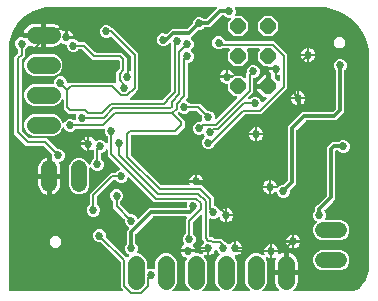
<source format=gbl>
G04 EAGLE Gerber RS-274X export*
G75*
%MOMM*%
%FSLAX34Y34*%
%LPD*%
%INBottom Copper*%
%IPPOS*%
%AMOC8*
5,1,8,0,0,1.08239X$1,22.5*%
G01*
%ADD10C,1.320800*%
%ADD11C,1.422400*%
%ADD12P,1.415766X8X292.500000*%
%ADD13C,0.685800*%
%ADD14C,0.203200*%
%ADD15C,0.304800*%

G36*
X207149Y9149D02*
X207149Y9149D01*
X207178Y9146D01*
X207289Y9169D01*
X207401Y9185D01*
X207428Y9197D01*
X207457Y9202D01*
X207557Y9255D01*
X207661Y9301D01*
X207683Y9320D01*
X207709Y9333D01*
X207791Y9411D01*
X207878Y9485D01*
X207894Y9509D01*
X207915Y9529D01*
X207972Y9627D01*
X208035Y9721D01*
X208044Y9749D01*
X208059Y9774D01*
X208087Y9884D01*
X208121Y9992D01*
X208122Y10022D01*
X208129Y10050D01*
X208125Y10163D01*
X208128Y10276D01*
X208121Y10305D01*
X208120Y10334D01*
X208085Y10442D01*
X208056Y10551D01*
X208041Y10577D01*
X208032Y10605D01*
X207987Y10668D01*
X207911Y10796D01*
X207865Y10839D01*
X207837Y10878D01*
X205607Y13108D01*
X204215Y16469D01*
X204215Y34331D01*
X205607Y37692D01*
X208180Y40265D01*
X211541Y41657D01*
X215179Y41657D01*
X218540Y40265D01*
X218799Y40005D01*
X218868Y39954D01*
X218930Y39895D01*
X218981Y39869D01*
X219026Y39834D01*
X219107Y39804D01*
X219183Y39764D01*
X219239Y39753D01*
X219292Y39733D01*
X219378Y39726D01*
X219462Y39709D01*
X219519Y39714D01*
X219575Y39710D01*
X219660Y39727D01*
X219745Y39734D01*
X219798Y39754D01*
X219854Y39766D01*
X219930Y39805D01*
X220011Y39836D01*
X220056Y39870D01*
X220106Y39896D01*
X220169Y39956D01*
X220237Y40008D01*
X220271Y40053D01*
X220313Y40092D01*
X220356Y40167D01*
X220407Y40235D01*
X220428Y40288D01*
X220456Y40338D01*
X220478Y40421D01*
X220508Y40501D01*
X220512Y40558D01*
X220526Y40613D01*
X220524Y40699D01*
X220531Y40785D01*
X220519Y40833D01*
X220517Y40897D01*
X220473Y41035D01*
X220455Y41112D01*
X220320Y41439D01*
X220175Y42165D01*
X225045Y42165D01*
X225045Y37295D01*
X224319Y37440D01*
X223232Y37890D01*
X222971Y38064D01*
X222855Y38120D01*
X222741Y38179D01*
X222727Y38182D01*
X222715Y38188D01*
X222588Y38209D01*
X222462Y38234D01*
X222448Y38233D01*
X222435Y38235D01*
X222306Y38220D01*
X222179Y38209D01*
X222166Y38204D01*
X222152Y38203D01*
X222033Y38153D01*
X221913Y38107D01*
X221902Y38099D01*
X221890Y38094D01*
X221789Y38013D01*
X221687Y37936D01*
X221678Y37925D01*
X221668Y37916D01*
X221593Y37811D01*
X221517Y37708D01*
X221512Y37695D01*
X221504Y37684D01*
X221462Y37562D01*
X221416Y37442D01*
X221415Y37428D01*
X221411Y37415D01*
X221404Y37287D01*
X221393Y37159D01*
X221396Y37146D01*
X221396Y37131D01*
X221460Y36854D01*
X221466Y36843D01*
X221469Y36832D01*
X222505Y34331D01*
X222505Y16469D01*
X221113Y13108D01*
X218883Y10878D01*
X218865Y10854D01*
X218842Y10836D01*
X218780Y10741D01*
X218712Y10651D01*
X218701Y10623D01*
X218685Y10599D01*
X218651Y10491D01*
X218610Y10385D01*
X218608Y10356D01*
X218599Y10328D01*
X218596Y10214D01*
X218587Y10102D01*
X218593Y10073D01*
X218592Y10044D01*
X218620Y9934D01*
X218643Y9823D01*
X218656Y9797D01*
X218664Y9769D01*
X218721Y9671D01*
X218774Y9571D01*
X218794Y9549D01*
X218809Y9524D01*
X218891Y9447D01*
X218969Y9365D01*
X218995Y9350D01*
X219016Y9330D01*
X219117Y9278D01*
X219215Y9221D01*
X219243Y9214D01*
X219269Y9200D01*
X219347Y9187D01*
X219490Y9151D01*
X219553Y9153D01*
X219600Y9145D01*
X231801Y9145D01*
X231830Y9149D01*
X231859Y9146D01*
X231971Y9169D01*
X232083Y9185D01*
X232109Y9197D01*
X232138Y9202D01*
X232239Y9255D01*
X232342Y9301D01*
X232364Y9320D01*
X232391Y9333D01*
X232473Y9411D01*
X232559Y9485D01*
X232575Y9509D01*
X232597Y9529D01*
X232654Y9627D01*
X232717Y9721D01*
X232726Y9749D01*
X232740Y9774D01*
X232768Y9884D01*
X232802Y9992D01*
X232803Y10022D01*
X232810Y10050D01*
X232807Y10163D01*
X232810Y10276D01*
X232802Y10305D01*
X232801Y10334D01*
X232767Y10442D01*
X232738Y10551D01*
X232723Y10577D01*
X232714Y10605D01*
X232668Y10669D01*
X232593Y10796D01*
X232547Y10839D01*
X232519Y10878D01*
X231397Y12000D01*
X230504Y13229D01*
X229814Y14583D01*
X229345Y16028D01*
X229107Y17528D01*
X229107Y23369D01*
X237744Y23369D01*
X237802Y23377D01*
X237860Y23375D01*
X237942Y23397D01*
X238025Y23409D01*
X238079Y23433D01*
X238135Y23447D01*
X238208Y23490D01*
X238285Y23525D01*
X238329Y23563D01*
X238380Y23593D01*
X238437Y23654D01*
X238502Y23709D01*
X238534Y23757D01*
X238574Y23800D01*
X238613Y23875D01*
X238659Y23945D01*
X238677Y24001D01*
X238704Y24053D01*
X238715Y24121D01*
X238745Y24216D01*
X238748Y24316D01*
X238759Y24384D01*
X238759Y25401D01*
X238761Y25401D01*
X238761Y24384D01*
X238769Y24326D01*
X238768Y24268D01*
X238789Y24186D01*
X238801Y24103D01*
X238825Y24049D01*
X238839Y23993D01*
X238882Y23920D01*
X238917Y23843D01*
X238955Y23798D01*
X238985Y23748D01*
X239046Y23690D01*
X239101Y23626D01*
X239149Y23594D01*
X239192Y23554D01*
X239267Y23515D01*
X239337Y23469D01*
X239393Y23451D01*
X239445Y23424D01*
X239513Y23413D01*
X239608Y23383D01*
X239708Y23380D01*
X239776Y23369D01*
X248413Y23369D01*
X248413Y17528D01*
X248175Y16028D01*
X247706Y14583D01*
X247016Y13229D01*
X246123Y12000D01*
X245001Y10878D01*
X244983Y10854D01*
X244961Y10836D01*
X244898Y10741D01*
X244830Y10651D01*
X244820Y10623D01*
X244803Y10599D01*
X244769Y10491D01*
X244729Y10385D01*
X244726Y10356D01*
X244718Y10328D01*
X244715Y10215D01*
X244705Y10102D01*
X244711Y10073D01*
X244710Y10044D01*
X244739Y9934D01*
X244761Y9823D01*
X244775Y9797D01*
X244782Y9769D01*
X244840Y9672D01*
X244892Y9571D01*
X244912Y9549D01*
X244927Y9524D01*
X245010Y9447D01*
X245088Y9365D01*
X245113Y9350D01*
X245135Y9330D01*
X245236Y9278D01*
X245333Y9221D01*
X245362Y9214D01*
X245388Y9200D01*
X245465Y9187D01*
X245609Y9151D01*
X245671Y9153D01*
X245719Y9145D01*
X292100Y9145D01*
X292144Y9151D01*
X292180Y9148D01*
X294762Y9351D01*
X294854Y9371D01*
X294920Y9376D01*
X297439Y9981D01*
X297526Y10015D01*
X297590Y10030D01*
X299984Y11022D01*
X300064Y11069D01*
X300126Y11094D01*
X300824Y11522D01*
X300848Y11542D01*
X300876Y11556D01*
X300932Y11610D01*
X301044Y11703D01*
X301080Y11756D01*
X301115Y11791D01*
X305859Y18320D01*
X305992Y18571D01*
X305996Y18589D01*
X306003Y18603D01*
X308723Y26974D01*
X308751Y27134D01*
X308770Y27208D01*
X309116Y31609D01*
X309113Y31654D01*
X309119Y31689D01*
X309119Y212469D01*
X309102Y212591D01*
X309100Y212667D01*
X308150Y217444D01*
X308124Y217516D01*
X308115Y217572D01*
X306318Y222866D01*
X306284Y222934D01*
X306268Y222988D01*
X303795Y228002D01*
X303752Y228065D01*
X303729Y228117D01*
X300623Y232765D01*
X300572Y232822D01*
X300542Y232870D01*
X296857Y237073D01*
X296799Y237123D01*
X296763Y237167D01*
X292560Y240852D01*
X292496Y240894D01*
X292455Y240933D01*
X287807Y244039D01*
X287738Y244072D01*
X287692Y244105D01*
X282678Y246578D01*
X282606Y246601D01*
X282556Y246628D01*
X277262Y248425D01*
X277187Y248439D01*
X277134Y248460D01*
X271652Y249550D01*
X271575Y249554D01*
X271520Y249567D01*
X265942Y249933D01*
X265905Y249930D01*
X265876Y249935D01*
X196459Y249935D01*
X196345Y249919D01*
X196230Y249909D01*
X196204Y249899D01*
X196177Y249895D01*
X196072Y249848D01*
X195965Y249807D01*
X195943Y249791D01*
X195918Y249779D01*
X195830Y249705D01*
X195738Y249636D01*
X195722Y249613D01*
X195701Y249596D01*
X195637Y249500D01*
X195568Y249408D01*
X195558Y249382D01*
X195543Y249359D01*
X195508Y249249D01*
X195468Y249142D01*
X195466Y249114D01*
X195457Y249088D01*
X195454Y248973D01*
X195445Y248859D01*
X195451Y248834D01*
X195450Y248804D01*
X195517Y248547D01*
X195521Y248531D01*
X195962Y247466D01*
X195962Y245294D01*
X195284Y243657D01*
X195255Y243545D01*
X195220Y243436D01*
X195220Y243408D01*
X195213Y243381D01*
X195216Y243267D01*
X195213Y243152D01*
X195220Y243125D01*
X195221Y243097D01*
X195256Y242988D01*
X195285Y242877D01*
X195299Y242853D01*
X195307Y242826D01*
X195371Y242731D01*
X195430Y242632D01*
X195450Y242613D01*
X195466Y242590D01*
X195554Y242516D01*
X195637Y242438D01*
X195662Y242425D01*
X195683Y242407D01*
X195788Y242361D01*
X195891Y242308D01*
X195915Y242304D01*
X195943Y242292D01*
X196207Y242255D01*
X196222Y242253D01*
X201671Y242253D01*
X206693Y237231D01*
X206693Y230129D01*
X201671Y225107D01*
X194569Y225107D01*
X189547Y230129D01*
X189547Y237231D01*
X191501Y239185D01*
X191519Y239209D01*
X191542Y239228D01*
X191604Y239322D01*
X191672Y239412D01*
X191683Y239440D01*
X191699Y239464D01*
X191733Y239572D01*
X191774Y239678D01*
X191776Y239707D01*
X191785Y239735D01*
X191788Y239849D01*
X191797Y239961D01*
X191791Y239990D01*
X191792Y240019D01*
X191764Y240129D01*
X191741Y240240D01*
X191728Y240266D01*
X191720Y240294D01*
X191663Y240392D01*
X191610Y240492D01*
X191590Y240514D01*
X191575Y240539D01*
X191493Y240616D01*
X191415Y240698D01*
X191389Y240713D01*
X191368Y240733D01*
X191267Y240785D01*
X191169Y240842D01*
X191141Y240849D01*
X191115Y240863D01*
X191037Y240876D01*
X190894Y240912D01*
X190831Y240910D01*
X190784Y240918D01*
X189414Y240918D01*
X187406Y241750D01*
X186630Y242526D01*
X186560Y242578D01*
X186496Y242638D01*
X186447Y242664D01*
X186403Y242697D01*
X186321Y242728D01*
X186243Y242768D01*
X186196Y242776D01*
X186137Y242798D01*
X185989Y242810D01*
X185912Y242823D01*
X184774Y242823D01*
X184687Y242811D01*
X184600Y242808D01*
X184547Y242791D01*
X184492Y242783D01*
X184412Y242748D01*
X184329Y242721D01*
X184290Y242693D01*
X184233Y242667D01*
X184120Y242571D01*
X184056Y242526D01*
X174193Y232663D01*
X169688Y232663D01*
X169601Y232651D01*
X169514Y232648D01*
X169461Y232631D01*
X169406Y232623D01*
X169327Y232588D01*
X169243Y232561D01*
X169204Y232533D01*
X169147Y232507D01*
X169034Y232411D01*
X168970Y232366D01*
X168194Y231590D01*
X166186Y230758D01*
X165089Y230758D01*
X165002Y230746D01*
X164915Y230743D01*
X164862Y230726D01*
X164807Y230718D01*
X164727Y230683D01*
X164644Y230656D01*
X164605Y230628D01*
X164548Y230602D01*
X164435Y230506D01*
X164371Y230461D01*
X160699Y226789D01*
X158225Y224315D01*
X158190Y224268D01*
X158147Y224228D01*
X158105Y224155D01*
X158054Y224088D01*
X158033Y224033D01*
X158004Y223983D01*
X157983Y223901D01*
X157953Y223822D01*
X157948Y223764D01*
X157934Y223707D01*
X157936Y223623D01*
X157929Y223539D01*
X157941Y223482D01*
X157943Y223423D01*
X157969Y223343D01*
X157985Y223260D01*
X158012Y223208D01*
X158030Y223153D01*
X158070Y223096D01*
X158116Y223008D01*
X158185Y222935D01*
X158225Y222879D01*
X159570Y221534D01*
X160402Y219526D01*
X160402Y217354D01*
X159570Y215346D01*
X158302Y214078D01*
X158267Y214031D01*
X158224Y213991D01*
X158182Y213918D01*
X158131Y213851D01*
X158110Y213796D01*
X158081Y213746D01*
X158060Y213664D01*
X158030Y213585D01*
X158025Y213527D01*
X158011Y213470D01*
X158013Y213386D01*
X158006Y213302D01*
X158018Y213244D01*
X158020Y213186D01*
X158046Y213106D01*
X158062Y213023D01*
X158089Y212971D01*
X158107Y212915D01*
X158147Y212859D01*
X158193Y212771D01*
X158262Y212698D01*
X158302Y212642D01*
X159570Y211374D01*
X160402Y209366D01*
X160402Y207194D01*
X159570Y205186D01*
X158034Y203650D01*
X156075Y202839D01*
X156074Y202838D01*
X156073Y202837D01*
X155952Y202766D01*
X155831Y202694D01*
X155830Y202693D01*
X155828Y202692D01*
X155731Y202588D01*
X155635Y202487D01*
X155635Y202486D01*
X155634Y202485D01*
X155569Y202359D01*
X155505Y202235D01*
X155505Y202233D01*
X155504Y202232D01*
X155502Y202217D01*
X155450Y201956D01*
X155453Y201925D01*
X155449Y201901D01*
X155449Y172997D01*
X154226Y171775D01*
X154157Y171683D01*
X154083Y171595D01*
X154072Y171570D01*
X154055Y171547D01*
X154014Y171440D01*
X153968Y171335D01*
X153964Y171308D01*
X153954Y171282D01*
X153945Y171167D01*
X153929Y171054D01*
X153933Y171026D01*
X153931Y170999D01*
X153953Y170886D01*
X153970Y170772D01*
X153981Y170747D01*
X153987Y170720D01*
X154039Y170618D01*
X154087Y170513D01*
X154105Y170492D01*
X154117Y170467D01*
X154197Y170384D01*
X154271Y170297D01*
X154292Y170284D01*
X154313Y170261D01*
X154543Y170127D01*
X154556Y170119D01*
X155494Y169730D01*
X156778Y168446D01*
X156848Y168394D01*
X156912Y168334D01*
X156961Y168308D01*
X157005Y168275D01*
X157087Y168244D01*
X157165Y168204D01*
X157212Y168196D01*
X157271Y168174D01*
X157419Y168162D01*
X157496Y168149D01*
X165712Y168149D01*
X171272Y162588D01*
X171342Y162536D01*
X171406Y162476D01*
X171456Y162450D01*
X171500Y162417D01*
X171581Y162386D01*
X171659Y162346D01*
X171707Y162338D01*
X171765Y162316D01*
X171913Y162304D01*
X171990Y162291D01*
X173806Y162291D01*
X175814Y161459D01*
X177350Y159923D01*
X178182Y157915D01*
X178182Y156145D01*
X178186Y156116D01*
X178183Y156087D01*
X178206Y155975D01*
X178222Y155863D01*
X178234Y155837D01*
X178239Y155808D01*
X178291Y155707D01*
X178338Y155604D01*
X178357Y155581D01*
X178370Y155555D01*
X178448Y155473D01*
X178521Y155387D01*
X178546Y155371D01*
X178566Y155349D01*
X178664Y155292D01*
X178758Y155229D01*
X178786Y155220D01*
X178811Y155206D01*
X178921Y155178D01*
X179029Y155144D01*
X179059Y155143D01*
X179087Y155136D01*
X179200Y155139D01*
X179313Y155136D01*
X179342Y155144D01*
X179371Y155145D01*
X179479Y155179D01*
X179588Y155208D01*
X179614Y155223D01*
X179642Y155232D01*
X179705Y155278D01*
X179833Y155353D01*
X179876Y155399D01*
X179915Y155427D01*
X197062Y172574D01*
X197080Y172598D01*
X197102Y172617D01*
X197165Y172711D01*
X197233Y172801D01*
X197243Y172829D01*
X197260Y172853D01*
X197294Y172961D01*
X197334Y173067D01*
X197337Y173096D01*
X197345Y173124D01*
X197348Y173238D01*
X197358Y173350D01*
X197352Y173379D01*
X197353Y173408D01*
X197324Y173518D01*
X197302Y173629D01*
X197288Y173655D01*
X197281Y173683D01*
X197223Y173781D01*
X197171Y173881D01*
X197151Y173903D01*
X197136Y173928D01*
X197053Y174005D01*
X196975Y174087D01*
X196950Y174102D01*
X196928Y174122D01*
X196828Y174174D01*
X196730Y174231D01*
X196701Y174238D01*
X196675Y174252D01*
X196598Y174265D01*
X196454Y174301D01*
X196392Y174299D01*
X196344Y174307D01*
X194569Y174307D01*
X189547Y179329D01*
X189547Y184111D01*
X189539Y184169D01*
X189541Y184227D01*
X189519Y184309D01*
X189507Y184393D01*
X189484Y184446D01*
X189469Y184503D01*
X189426Y184575D01*
X189391Y184652D01*
X189353Y184697D01*
X189324Y184747D01*
X189262Y184805D01*
X189208Y184869D01*
X189159Y184901D01*
X189116Y184941D01*
X189041Y184980D01*
X188971Y185027D01*
X188915Y185044D01*
X188863Y185071D01*
X188795Y185082D01*
X188700Y185112D01*
X188600Y185115D01*
X188532Y185126D01*
X187968Y185126D01*
X186815Y185356D01*
X185728Y185806D01*
X184751Y186459D01*
X183919Y187291D01*
X183266Y188268D01*
X182816Y189355D01*
X182671Y190081D01*
X188556Y190081D01*
X192777Y190081D01*
X192839Y190090D01*
X192903Y190089D01*
X192980Y190109D01*
X193058Y190121D01*
X193116Y190146D01*
X193177Y190163D01*
X193233Y190199D01*
X193317Y190237D01*
X193399Y190306D01*
X193459Y190345D01*
X193460Y190345D01*
X193494Y190386D01*
X193534Y190420D01*
X193534Y190421D01*
X193535Y190421D01*
X193584Y190495D01*
X193641Y190564D01*
X193663Y190613D01*
X193692Y190657D01*
X193719Y190743D01*
X193755Y190824D01*
X193762Y190877D01*
X193778Y190928D01*
X193780Y191018D01*
X193792Y191106D01*
X193784Y191159D01*
X193785Y191213D01*
X193763Y191299D01*
X193749Y191387D01*
X193727Y191436D01*
X193714Y191488D01*
X193668Y191564D01*
X193631Y191646D01*
X193596Y191686D01*
X193568Y191732D01*
X193503Y191793D01*
X193445Y191861D01*
X193400Y191890D01*
X193361Y191927D01*
X193281Y191967D01*
X193207Y192016D01*
X193156Y192032D01*
X193108Y192056D01*
X193037Y192068D01*
X192935Y192099D01*
X192842Y192101D01*
X192777Y192112D01*
X189572Y192112D01*
X189572Y196981D01*
X190298Y196836D01*
X191384Y196386D01*
X192362Y195733D01*
X193193Y194902D01*
X193846Y193924D01*
X194296Y192837D01*
X194409Y192270D01*
X194443Y192174D01*
X194468Y192077D01*
X194489Y192041D01*
X194503Y192002D01*
X194562Y191919D01*
X194614Y191832D01*
X194644Y191804D01*
X194668Y191770D01*
X194747Y191707D01*
X194821Y191638D01*
X194858Y191619D01*
X194890Y191593D01*
X194984Y191554D01*
X195074Y191508D01*
X195110Y191502D01*
X195153Y191484D01*
X195337Y191464D01*
X195405Y191453D01*
X201671Y191453D01*
X202926Y190198D01*
X202950Y190180D01*
X202969Y190157D01*
X203063Y190095D01*
X203153Y190027D01*
X203181Y190016D01*
X203205Y190000D01*
X203313Y189966D01*
X203419Y189925D01*
X203448Y189923D01*
X203476Y189914D01*
X203590Y189911D01*
X203702Y189902D01*
X203731Y189908D01*
X203760Y189907D01*
X203870Y189935D01*
X203981Y189958D01*
X204007Y189971D01*
X204035Y189979D01*
X204133Y190036D01*
X204233Y190089D01*
X204255Y190109D01*
X204280Y190124D01*
X204357Y190206D01*
X204439Y190284D01*
X204454Y190310D01*
X204474Y190331D01*
X204526Y190432D01*
X204583Y190530D01*
X204590Y190558D01*
X204604Y190584D01*
X204617Y190662D01*
X204653Y190805D01*
X204651Y190868D01*
X204659Y190915D01*
X204659Y193731D01*
X205061Y194132D01*
X205113Y194202D01*
X205173Y194266D01*
X205199Y194316D01*
X205232Y194360D01*
X205263Y194441D01*
X205303Y194519D01*
X205311Y194567D01*
X205333Y194625D01*
X205345Y194773D01*
X205358Y194850D01*
X205358Y196666D01*
X206190Y198674D01*
X207726Y200210D01*
X209734Y201042D01*
X211906Y201042D01*
X213914Y200210D01*
X215450Y198674D01*
X216282Y196666D01*
X216282Y194494D01*
X215450Y192486D01*
X213914Y190950D01*
X211906Y190118D01*
X211772Y190118D01*
X211714Y190110D01*
X211656Y190112D01*
X211574Y190090D01*
X211490Y190078D01*
X211437Y190055D01*
X211381Y190040D01*
X211308Y189997D01*
X211231Y189962D01*
X211186Y189924D01*
X211136Y189895D01*
X211078Y189833D01*
X211014Y189779D01*
X210982Y189730D01*
X210942Y189687D01*
X210903Y189612D01*
X210856Y189542D01*
X210839Y189486D01*
X210812Y189434D01*
X210801Y189366D01*
X210771Y189271D01*
X210768Y189171D01*
X210757Y189103D01*
X210757Y177646D01*
X206540Y173429D01*
X206522Y173405D01*
X206500Y173386D01*
X206437Y173292D01*
X206369Y173201D01*
X206358Y173174D01*
X206342Y173149D01*
X206308Y173041D01*
X206267Y172936D01*
X206265Y172906D01*
X206256Y172878D01*
X206253Y172765D01*
X206244Y172652D01*
X206250Y172624D01*
X206249Y172594D01*
X206277Y172485D01*
X206300Y172374D01*
X206313Y172348D01*
X206321Y172319D01*
X206379Y172222D01*
X206431Y172121D01*
X206451Y172100D01*
X206466Y172075D01*
X206548Y171997D01*
X206627Y171915D01*
X206652Y171900D01*
X206673Y171880D01*
X206774Y171829D01*
X206872Y171771D01*
X206900Y171764D01*
X206926Y171751D01*
X207004Y171738D01*
X207147Y171701D01*
X207210Y171703D01*
X207257Y171695D01*
X207258Y171695D01*
X207344Y171708D01*
X207432Y171710D01*
X207484Y171727D01*
X207539Y171735D01*
X207619Y171771D01*
X207702Y171798D01*
X207741Y171826D01*
X207798Y171851D01*
X207912Y171947D01*
X207975Y171993D01*
X209259Y173277D01*
X211267Y174108D01*
X213440Y174108D01*
X215447Y173277D01*
X216984Y171741D01*
X217763Y169860D01*
X217821Y169761D01*
X217874Y169659D01*
X217893Y169639D01*
X217907Y169615D01*
X217990Y169536D01*
X218070Y169453D01*
X218094Y169439D01*
X218114Y169420D01*
X218216Y169367D01*
X218315Y169309D01*
X218342Y169302D01*
X218366Y169290D01*
X218479Y169267D01*
X218590Y169239D01*
X218618Y169240D01*
X218645Y169235D01*
X218760Y169244D01*
X218875Y169248D01*
X218901Y169257D01*
X218929Y169259D01*
X219036Y169300D01*
X219145Y169336D01*
X219165Y169350D01*
X219194Y169361D01*
X219406Y169522D01*
X219418Y169530D01*
X221954Y172066D01*
X221972Y172090D01*
X221994Y172109D01*
X222057Y172203D01*
X222125Y172293D01*
X222135Y172321D01*
X222152Y172345D01*
X222186Y172453D01*
X222226Y172559D01*
X222229Y172588D01*
X222237Y172616D01*
X222240Y172730D01*
X222250Y172842D01*
X222244Y172871D01*
X222245Y172900D01*
X222216Y173010D01*
X222194Y173121D01*
X222180Y173147D01*
X222173Y173175D01*
X222115Y173273D01*
X222063Y173373D01*
X222043Y173395D01*
X222028Y173420D01*
X221945Y173497D01*
X221867Y173579D01*
X221842Y173594D01*
X221820Y173614D01*
X221720Y173666D01*
X221622Y173723D01*
X221593Y173730D01*
X221567Y173744D01*
X221490Y173757D01*
X221346Y173793D01*
X221284Y173791D01*
X221236Y173799D01*
X219759Y173799D01*
X214439Y179119D01*
X214439Y180881D01*
X222536Y180881D01*
X222594Y180889D01*
X222652Y180887D01*
X222734Y180909D01*
X222817Y180921D01*
X222871Y180944D01*
X222927Y180959D01*
X223000Y181002D01*
X223077Y181037D01*
X223121Y181075D01*
X223172Y181104D01*
X223229Y181166D01*
X223294Y181220D01*
X223326Y181269D01*
X223366Y181312D01*
X223405Y181387D01*
X223451Y181457D01*
X223469Y181513D01*
X223496Y181565D01*
X223507Y181633D01*
X223537Y181728D01*
X223540Y181828D01*
X223551Y181896D01*
X223551Y182849D01*
X224504Y182849D01*
X224562Y182857D01*
X224620Y182856D01*
X224702Y182877D01*
X224786Y182889D01*
X224839Y182913D01*
X224895Y182927D01*
X224968Y182971D01*
X225045Y183005D01*
X225090Y183043D01*
X225140Y183073D01*
X225198Y183134D01*
X225262Y183189D01*
X225294Y183237D01*
X225334Y183280D01*
X225373Y183355D01*
X225420Y183425D01*
X225437Y183481D01*
X225464Y183533D01*
X225475Y183601D01*
X225505Y183696D01*
X225508Y183796D01*
X225519Y183864D01*
X225519Y192151D01*
X225599Y192227D01*
X225686Y192300D01*
X225702Y192325D01*
X225723Y192345D01*
X225780Y192443D01*
X225843Y192537D01*
X225852Y192565D01*
X225867Y192590D01*
X225895Y192700D01*
X225929Y192808D01*
X225930Y192837D01*
X225937Y192866D01*
X225933Y192979D01*
X225936Y193092D01*
X225929Y193121D01*
X225928Y193150D01*
X225893Y193258D01*
X225865Y193367D01*
X225850Y193393D01*
X225840Y193421D01*
X225795Y193484D01*
X225719Y193612D01*
X225674Y193655D01*
X225646Y193694D01*
X225360Y193979D01*
X224707Y194957D01*
X224257Y196044D01*
X224112Y196770D01*
X228982Y196770D01*
X228982Y191268D01*
X228962Y191239D01*
X228953Y191211D01*
X228939Y191186D01*
X228911Y191076D01*
X228877Y190968D01*
X228876Y190938D01*
X228869Y190910D01*
X228872Y190797D01*
X228869Y190684D01*
X228877Y190655D01*
X228878Y190626D01*
X228912Y190518D01*
X228941Y190409D01*
X228956Y190383D01*
X228965Y190355D01*
X229011Y190292D01*
X229086Y190164D01*
X229132Y190121D01*
X229160Y190082D01*
X231692Y187550D01*
X231716Y187532D01*
X231735Y187510D01*
X231829Y187447D01*
X231919Y187379D01*
X231947Y187369D01*
X231971Y187352D01*
X232079Y187318D01*
X232185Y187278D01*
X232214Y187275D01*
X232242Y187267D01*
X232356Y187264D01*
X232468Y187254D01*
X232497Y187260D01*
X232526Y187259D01*
X232636Y187288D01*
X232747Y187310D01*
X232773Y187324D01*
X232801Y187331D01*
X232899Y187389D01*
X232999Y187441D01*
X233021Y187461D01*
X233046Y187476D01*
X233123Y187559D01*
X233205Y187637D01*
X233220Y187662D01*
X233240Y187684D01*
X233292Y187784D01*
X233349Y187882D01*
X233356Y187911D01*
X233370Y187937D01*
X233383Y188014D01*
X233419Y188158D01*
X233417Y188220D01*
X233425Y188268D01*
X233425Y191224D01*
X233409Y191338D01*
X233399Y191452D01*
X233389Y191478D01*
X233385Y191506D01*
X233339Y191610D01*
X233297Y191717D01*
X233281Y191740D01*
X233269Y191765D01*
X233195Y191853D01*
X233126Y191944D01*
X233103Y191961D01*
X233086Y191982D01*
X232990Y192046D01*
X232898Y192114D01*
X232872Y192124D01*
X232849Y192140D01*
X232739Y192174D01*
X232632Y192215D01*
X232604Y192217D01*
X232578Y192225D01*
X232463Y192228D01*
X232349Y192237D01*
X232324Y192232D01*
X232294Y192233D01*
X232037Y192166D01*
X232021Y192162D01*
X231738Y192045D01*
X231012Y191900D01*
X231012Y197785D01*
X231004Y197843D01*
X231006Y197901D01*
X230984Y197983D01*
X230973Y198066D01*
X230949Y198120D01*
X230934Y198176D01*
X230891Y198249D01*
X230856Y198326D01*
X230819Y198370D01*
X230789Y198420D01*
X230788Y198421D01*
X230727Y198478D01*
X230673Y198543D01*
X230672Y198543D01*
X230624Y198575D01*
X230581Y198615D01*
X230506Y198654D01*
X230436Y198701D01*
X230380Y198718D01*
X230328Y198745D01*
X230260Y198756D01*
X230165Y198786D01*
X230065Y198789D01*
X229997Y198800D01*
X224064Y198800D01*
X224064Y198808D01*
X224032Y198931D01*
X224004Y199055D01*
X223996Y199068D01*
X223992Y199083D01*
X223928Y199192D01*
X223866Y199303D01*
X223855Y199315D01*
X223847Y199328D01*
X223755Y199414D01*
X223665Y199504D01*
X223651Y199512D01*
X223640Y199522D01*
X223527Y199580D01*
X223416Y199641D01*
X223401Y199645D01*
X223387Y199652D01*
X223319Y199663D01*
X223138Y199704D01*
X223092Y199701D01*
X223056Y199707D01*
X219969Y199707D01*
X214947Y204729D01*
X214947Y211831D01*
X216202Y213086D01*
X216220Y213110D01*
X216243Y213129D01*
X216305Y213223D01*
X216373Y213313D01*
X216384Y213341D01*
X216400Y213365D01*
X216434Y213473D01*
X216475Y213579D01*
X216477Y213608D01*
X216486Y213636D01*
X216489Y213750D01*
X216498Y213862D01*
X216492Y213891D01*
X216493Y213920D01*
X216465Y214030D01*
X216442Y214141D01*
X216429Y214167D01*
X216421Y214195D01*
X216364Y214293D01*
X216311Y214393D01*
X216291Y214415D01*
X216276Y214440D01*
X216194Y214517D01*
X216116Y214599D01*
X216090Y214614D01*
X216069Y214634D01*
X215968Y214686D01*
X215870Y214743D01*
X215842Y214750D01*
X215816Y214764D01*
X215738Y214777D01*
X215595Y214813D01*
X215532Y214811D01*
X215485Y214819D01*
X206155Y214819D01*
X206126Y214815D01*
X206097Y214818D01*
X205986Y214795D01*
X205874Y214779D01*
X205847Y214767D01*
X205818Y214762D01*
X205718Y214709D01*
X205614Y214663D01*
X205592Y214644D01*
X205566Y214631D01*
X205484Y214553D01*
X205397Y214480D01*
X205381Y214455D01*
X205360Y214435D01*
X205303Y214337D01*
X205240Y214243D01*
X205231Y214215D01*
X205216Y214190D01*
X205188Y214080D01*
X205154Y213972D01*
X205153Y213942D01*
X205146Y213914D01*
X205150Y213801D01*
X205147Y213688D01*
X205154Y213659D01*
X205155Y213630D01*
X205190Y213522D01*
X205219Y213413D01*
X205234Y213387D01*
X205243Y213359D01*
X205288Y213295D01*
X205364Y213168D01*
X205410Y213125D01*
X205438Y213086D01*
X206693Y211831D01*
X206693Y204729D01*
X201671Y199707D01*
X194569Y199707D01*
X189547Y204729D01*
X189547Y211831D01*
X190802Y213086D01*
X190820Y213110D01*
X190843Y213129D01*
X190905Y213223D01*
X190973Y213313D01*
X190984Y213341D01*
X191000Y213365D01*
X191034Y213473D01*
X191075Y213579D01*
X191077Y213608D01*
X191086Y213636D01*
X191089Y213750D01*
X191098Y213862D01*
X191092Y213891D01*
X191093Y213920D01*
X191065Y214030D01*
X191042Y214141D01*
X191029Y214167D01*
X191021Y214195D01*
X190964Y214293D01*
X190911Y214393D01*
X190891Y214415D01*
X190876Y214440D01*
X190794Y214517D01*
X190716Y214599D01*
X190690Y214614D01*
X190669Y214634D01*
X190568Y214686D01*
X190470Y214743D01*
X190442Y214750D01*
X190416Y214764D01*
X190338Y214777D01*
X190195Y214813D01*
X190132Y214811D01*
X190085Y214819D01*
X184494Y214819D01*
X184463Y214815D01*
X184433Y214817D01*
X184356Y214800D01*
X184212Y214779D01*
X184154Y214753D01*
X184105Y214742D01*
X182543Y214095D01*
X180370Y214095D01*
X178363Y214926D01*
X176826Y216463D01*
X175995Y218470D01*
X175995Y220643D01*
X176826Y222650D01*
X178363Y224187D01*
X180370Y225018D01*
X182543Y225018D01*
X184550Y224187D01*
X186087Y222650D01*
X186545Y221543D01*
X186546Y221542D01*
X186546Y221541D01*
X186618Y221420D01*
X186690Y221299D01*
X186691Y221298D01*
X186692Y221296D01*
X186796Y221199D01*
X186896Y221103D01*
X186898Y221103D01*
X186899Y221102D01*
X187025Y221037D01*
X187149Y220973D01*
X187151Y220973D01*
X187152Y220972D01*
X187167Y220970D01*
X187428Y220918D01*
X187459Y220921D01*
X187483Y220917D01*
X228754Y220917D01*
X239523Y210148D01*
X239523Y181012D01*
X217632Y159121D01*
X204147Y159121D01*
X204061Y159109D01*
X203973Y159106D01*
X203921Y159089D01*
X203866Y159081D01*
X203786Y159045D01*
X203703Y159018D01*
X203663Y158990D01*
X203606Y158965D01*
X203493Y158869D01*
X203429Y158824D01*
X178625Y134020D01*
X178625Y134019D01*
X178096Y133491D01*
X178078Y133466D01*
X178054Y133446D01*
X178012Y133379D01*
X177925Y133263D01*
X177903Y133203D01*
X177876Y133161D01*
X177350Y131891D01*
X175814Y130355D01*
X173806Y129523D01*
X171634Y129523D01*
X169626Y130355D01*
X168090Y131891D01*
X167258Y133899D01*
X167258Y136071D01*
X168090Y138079D01*
X169358Y139347D01*
X169393Y139394D01*
X169436Y139434D01*
X169478Y139507D01*
X169529Y139574D01*
X169550Y139629D01*
X169579Y139680D01*
X169600Y139761D01*
X169630Y139840D01*
X169635Y139898D01*
X169649Y139955D01*
X169647Y140039D01*
X169654Y140123D01*
X169642Y140181D01*
X169640Y140239D01*
X169614Y140319D01*
X169598Y140402D01*
X169571Y140454D01*
X169553Y140510D01*
X169513Y140566D01*
X169467Y140654D01*
X169398Y140727D01*
X169393Y140734D01*
X169385Y140748D01*
X169380Y140752D01*
X169360Y140780D01*
X168903Y141885D01*
X168873Y141935D01*
X168852Y141989D01*
X168801Y142057D01*
X168758Y142129D01*
X168716Y142170D01*
X168680Y142216D01*
X168613Y142267D01*
X168552Y142325D01*
X168500Y142351D01*
X168453Y142386D01*
X168374Y142416D01*
X168299Y142455D01*
X168241Y142466D01*
X168187Y142487D01*
X168103Y142493D01*
X168020Y142510D01*
X167962Y142505D01*
X167903Y142509D01*
X167836Y142494D01*
X167737Y142485D01*
X167643Y142449D01*
X167576Y142434D01*
X166186Y141858D01*
X164014Y141858D01*
X162006Y142690D01*
X160470Y144226D01*
X159638Y146234D01*
X159638Y148406D01*
X160470Y150414D01*
X162006Y151950D01*
X164014Y152782D01*
X165830Y152782D01*
X165916Y152794D01*
X166004Y152797D01*
X166056Y152814D01*
X166111Y152822D01*
X166191Y152857D01*
X166274Y152884D01*
X166313Y152912D01*
X166371Y152938D01*
X166484Y153034D01*
X166548Y153079D01*
X166891Y153423D01*
X166937Y153427D01*
X166963Y153437D01*
X166990Y153441D01*
X167095Y153488D01*
X167202Y153529D01*
X167224Y153545D01*
X167250Y153557D01*
X167337Y153631D01*
X167429Y153700D01*
X167446Y153723D01*
X167467Y153740D01*
X167530Y153836D01*
X167599Y153928D01*
X167609Y153954D01*
X167624Y153977D01*
X167659Y154087D01*
X167700Y154194D01*
X167702Y154222D01*
X167710Y154248D01*
X167713Y154363D01*
X167722Y154477D01*
X167717Y154502D01*
X167717Y154532D01*
X167650Y154789D01*
X167647Y154805D01*
X167258Y155743D01*
X167258Y157559D01*
X167246Y157645D01*
X167243Y157733D01*
X167226Y157785D01*
X167218Y157840D01*
X167183Y157920D01*
X167156Y158003D01*
X167128Y158042D01*
X167102Y158100D01*
X167006Y158213D01*
X166961Y158277D01*
X163484Y161754D01*
X163414Y161806D01*
X163350Y161866D01*
X163300Y161892D01*
X163256Y161925D01*
X163175Y161956D01*
X163097Y161996D01*
X163049Y162004D01*
X162991Y162026D01*
X162843Y162038D01*
X162766Y162051D01*
X157496Y162051D01*
X157409Y162039D01*
X157322Y162036D01*
X157269Y162019D01*
X157214Y162011D01*
X157135Y161976D01*
X157051Y161949D01*
X157012Y161921D01*
X156955Y161895D01*
X156842Y161799D01*
X156778Y161754D01*
X155494Y160470D01*
X153486Y159638D01*
X151314Y159638D01*
X149306Y160470D01*
X148872Y160904D01*
X148825Y160939D01*
X148785Y160982D01*
X148712Y161025D01*
X148644Y161075D01*
X148590Y161096D01*
X148539Y161126D01*
X148458Y161146D01*
X148379Y161176D01*
X148320Y161181D01*
X148264Y161196D01*
X148180Y161193D01*
X148096Y161200D01*
X148038Y161188D01*
X147980Y161187D01*
X147899Y161161D01*
X147817Y161144D01*
X147765Y161117D01*
X147709Y161099D01*
X147653Y161059D01*
X147564Y161013D01*
X147492Y160944D01*
X147436Y160904D01*
X147269Y160738D01*
X147234Y160691D01*
X147192Y160651D01*
X147149Y160578D01*
X147099Y160511D01*
X147078Y160456D01*
X147048Y160406D01*
X147027Y160324D01*
X146997Y160245D01*
X146992Y160187D01*
X146978Y160130D01*
X146981Y160046D01*
X146974Y159962D01*
X146985Y159904D01*
X146987Y159846D01*
X147013Y159766D01*
X147030Y159683D01*
X147057Y159631D01*
X147075Y159575D01*
X147115Y159519D01*
X147161Y159431D01*
X147229Y159358D01*
X147269Y159302D01*
X150825Y155746D01*
X150826Y155746D01*
X152909Y153663D01*
X152909Y148597D01*
X146043Y141731D01*
X108363Y141731D01*
X108277Y141719D01*
X108189Y141716D01*
X108137Y141699D01*
X108082Y141691D01*
X108002Y141656D01*
X107919Y141629D01*
X107880Y141601D01*
X107822Y141575D01*
X107709Y141479D01*
X107645Y141434D01*
X107486Y141275D01*
X107434Y141205D01*
X107374Y141141D01*
X107348Y141091D01*
X107315Y141047D01*
X107284Y140966D01*
X107244Y140888D01*
X107236Y140840D01*
X107214Y140782D01*
X107202Y140634D01*
X107189Y140557D01*
X107189Y124938D01*
X107201Y124851D01*
X107204Y124764D01*
X107221Y124711D01*
X107229Y124657D01*
X107264Y124577D01*
X107291Y124494D01*
X107319Y124454D01*
X107345Y124397D01*
X107441Y124284D01*
X107486Y124220D01*
X132475Y99231D01*
X132545Y99179D01*
X132609Y99119D01*
X132658Y99093D01*
X132702Y99060D01*
X132784Y99029D01*
X132862Y98989D01*
X132910Y98981D01*
X132968Y98959D01*
X133116Y98947D01*
X133193Y98934D01*
X155999Y98934D01*
X156113Y98950D01*
X156227Y98960D01*
X156253Y98970D01*
X156281Y98974D01*
X156385Y99021D01*
X156493Y99062D01*
X156515Y99078D01*
X156540Y99090D01*
X156628Y99164D01*
X156719Y99233D01*
X156736Y99256D01*
X156757Y99273D01*
X156821Y99369D01*
X156889Y99461D01*
X156899Y99487D01*
X156915Y99510D01*
X156949Y99620D01*
X156990Y99727D01*
X156992Y99755D01*
X157000Y99781D01*
X157003Y99896D01*
X157012Y100010D01*
X157007Y100035D01*
X157008Y100065D01*
X156940Y100323D01*
X156937Y100338D01*
X156820Y100621D01*
X156675Y101347D01*
X162560Y101347D01*
X168445Y101347D01*
X168300Y100621D01*
X167825Y99472D01*
X167821Y99466D01*
X167770Y99378D01*
X167760Y99338D01*
X167742Y99301D01*
X167725Y99201D01*
X167700Y99103D01*
X167701Y99062D01*
X167694Y99021D01*
X167706Y98920D01*
X167709Y98819D01*
X167722Y98779D01*
X167727Y98738D01*
X167765Y98645D01*
X167797Y98548D01*
X167818Y98518D01*
X167836Y98476D01*
X167952Y98330D01*
X167991Y98275D01*
X175590Y90676D01*
X175591Y90676D01*
X177674Y88592D01*
X177674Y82527D01*
X177674Y82525D01*
X177674Y82524D01*
X177694Y82384D01*
X177714Y82245D01*
X177714Y82244D01*
X177714Y82242D01*
X177771Y82116D01*
X177830Y81986D01*
X177831Y81985D01*
X177832Y81983D01*
X177923Y81876D01*
X178013Y81769D01*
X178015Y81768D01*
X178016Y81767D01*
X178029Y81759D01*
X178250Y81611D01*
X178279Y81602D01*
X178300Y81589D01*
X180132Y80830D01*
X181668Y79294D01*
X182107Y78235D01*
X182165Y78136D01*
X182218Y78034D01*
X182237Y78014D01*
X182251Y77990D01*
X182335Y77911D01*
X182414Y77828D01*
X182438Y77814D01*
X182458Y77795D01*
X182560Y77742D01*
X182659Y77684D01*
X182686Y77677D01*
X182711Y77664D01*
X182823Y77642D01*
X182935Y77614D01*
X182963Y77615D01*
X182990Y77609D01*
X183104Y77619D01*
X183219Y77623D01*
X183245Y77632D01*
X183273Y77634D01*
X183380Y77675D01*
X183489Y77710D01*
X183510Y77725D01*
X183538Y77736D01*
X183750Y77896D01*
X183763Y77905D01*
X184155Y78297D01*
X185132Y78950D01*
X186219Y79400D01*
X186945Y79545D01*
X186945Y73660D01*
X186945Y67775D01*
X186219Y67920D01*
X185132Y68370D01*
X184154Y69023D01*
X183323Y69854D01*
X182670Y70832D01*
X182292Y71745D01*
X182233Y71843D01*
X182181Y71945D01*
X182161Y71965D01*
X182147Y71989D01*
X182064Y72068D01*
X181985Y72151D01*
X181961Y72166D01*
X181941Y72185D01*
X181839Y72237D01*
X181739Y72295D01*
X181713Y72302D01*
X181688Y72315D01*
X181575Y72337D01*
X181464Y72365D01*
X181436Y72364D01*
X181409Y72370D01*
X181294Y72360D01*
X181180Y72356D01*
X181153Y72348D01*
X181126Y72345D01*
X181019Y72304D01*
X180909Y72269D01*
X180889Y72254D01*
X180860Y72243D01*
X180648Y72083D01*
X180636Y72074D01*
X180132Y71570D01*
X178124Y70738D01*
X175952Y70738D01*
X175014Y71127D01*
X174902Y71155D01*
X174793Y71190D01*
X174765Y71191D01*
X174738Y71198D01*
X174624Y71195D01*
X174509Y71197D01*
X174482Y71190D01*
X174454Y71190D01*
X174345Y71155D01*
X174234Y71126D01*
X174210Y71111D01*
X174183Y71103D01*
X174088Y71039D01*
X173989Y70980D01*
X173970Y70960D01*
X173947Y70945D01*
X173873Y70857D01*
X173795Y70773D01*
X173782Y70748D01*
X173764Y70727D01*
X173718Y70622D01*
X173665Y70520D01*
X173661Y70495D01*
X173649Y70467D01*
X173612Y70204D01*
X173610Y70189D01*
X173610Y56261D01*
X173618Y56203D01*
X173616Y56145D01*
X173638Y56063D01*
X173650Y55979D01*
X173673Y55926D01*
X173688Y55870D01*
X173731Y55797D01*
X173766Y55720D01*
X173804Y55675D01*
X173833Y55625D01*
X173895Y55567D01*
X173949Y55503D01*
X173998Y55471D01*
X174041Y55431D01*
X174116Y55392D01*
X174186Y55345D01*
X174242Y55328D01*
X174294Y55301D01*
X174362Y55290D01*
X174457Y55260D01*
X174557Y55257D01*
X174625Y55246D01*
X176666Y55246D01*
X177765Y54146D01*
X177835Y54094D01*
X177899Y54034D01*
X177948Y54008D01*
X177993Y53975D01*
X178074Y53944D01*
X178152Y53904D01*
X178200Y53896D01*
X178258Y53874D01*
X178406Y53862D01*
X178483Y53849D01*
X184143Y53849D01*
X186385Y51606D01*
X186882Y51110D01*
X186906Y51091D01*
X186926Y51068D01*
X186993Y51026D01*
X187109Y50939D01*
X187169Y50916D01*
X187211Y50890D01*
X188514Y50350D01*
X189426Y49438D01*
X189438Y49429D01*
X189448Y49417D01*
X189551Y49344D01*
X189653Y49268D01*
X189668Y49262D01*
X189680Y49253D01*
X189800Y49212D01*
X189918Y49166D01*
X189934Y49165D01*
X189949Y49160D01*
X190075Y49153D01*
X190202Y49143D01*
X190217Y49146D01*
X190233Y49145D01*
X190356Y49174D01*
X190480Y49199D01*
X190495Y49206D01*
X190510Y49210D01*
X190620Y49271D01*
X190733Y49330D01*
X190744Y49340D01*
X190758Y49348D01*
X190806Y49399D01*
X190841Y49433D01*
X190872Y49455D01*
X191774Y50357D01*
X192752Y51010D01*
X193839Y51460D01*
X194565Y51605D01*
X194565Y45720D01*
X194573Y45662D01*
X194571Y45604D01*
X194593Y45522D01*
X194604Y45439D01*
X194628Y45385D01*
X194643Y45329D01*
X194686Y45256D01*
X194721Y45179D01*
X194758Y45135D01*
X194788Y45085D01*
X194789Y45084D01*
X194850Y45027D01*
X194904Y44962D01*
X194905Y44962D01*
X194953Y44930D01*
X194996Y44889D01*
X195071Y44851D01*
X195141Y44804D01*
X195197Y44787D01*
X195249Y44760D01*
X195317Y44749D01*
X195412Y44719D01*
X195512Y44716D01*
X195580Y44705D01*
X201465Y44705D01*
X201320Y43979D01*
X200870Y42892D01*
X200217Y41914D01*
X199386Y41083D01*
X198408Y40430D01*
X197321Y39980D01*
X196168Y39750D01*
X196105Y39750D01*
X196076Y39746D01*
X196047Y39749D01*
X195936Y39726D01*
X195824Y39710D01*
X195797Y39698D01*
X195768Y39693D01*
X195668Y39640D01*
X195564Y39594D01*
X195542Y39575D01*
X195516Y39562D01*
X195434Y39484D01*
X195347Y39411D01*
X195331Y39386D01*
X195310Y39366D01*
X195253Y39268D01*
X195190Y39174D01*
X195181Y39146D01*
X195166Y39121D01*
X195138Y39011D01*
X195104Y38903D01*
X195103Y38873D01*
X195096Y38845D01*
X195100Y38732D01*
X195097Y38619D01*
X195104Y38590D01*
X195105Y38561D01*
X195140Y38453D01*
X195169Y38344D01*
X195184Y38318D01*
X195193Y38290D01*
X195238Y38226D01*
X195314Y38099D01*
X195359Y38056D01*
X195387Y38017D01*
X195713Y37692D01*
X197105Y34331D01*
X197105Y16469D01*
X195713Y13108D01*
X193483Y10878D01*
X193465Y10854D01*
X193442Y10836D01*
X193380Y10741D01*
X193312Y10651D01*
X193301Y10623D01*
X193285Y10599D01*
X193251Y10491D01*
X193210Y10385D01*
X193208Y10356D01*
X193199Y10328D01*
X193196Y10214D01*
X193187Y10102D01*
X193193Y10073D01*
X193192Y10044D01*
X193220Y9934D01*
X193243Y9823D01*
X193256Y9797D01*
X193264Y9769D01*
X193321Y9671D01*
X193374Y9571D01*
X193394Y9549D01*
X193409Y9524D01*
X193491Y9447D01*
X193569Y9365D01*
X193595Y9350D01*
X193616Y9330D01*
X193717Y9278D01*
X193815Y9221D01*
X193843Y9214D01*
X193869Y9200D01*
X193947Y9187D01*
X194090Y9151D01*
X194153Y9153D01*
X194200Y9145D01*
X207120Y9145D01*
X207149Y9149D01*
G37*
G36*
X99801Y9149D02*
X99801Y9149D01*
X99831Y9146D01*
X99942Y9169D01*
X100054Y9185D01*
X100080Y9197D01*
X100109Y9202D01*
X100210Y9255D01*
X100313Y9301D01*
X100336Y9320D01*
X100362Y9333D01*
X100444Y9411D01*
X100530Y9485D01*
X100546Y9509D01*
X100568Y9529D01*
X100625Y9627D01*
X100688Y9721D01*
X100697Y9749D01*
X100711Y9774D01*
X100739Y9884D01*
X100774Y9992D01*
X100774Y10022D01*
X100781Y10050D01*
X100778Y10163D01*
X100781Y10276D01*
X100773Y10305D01*
X100772Y10334D01*
X100738Y10442D01*
X100709Y10551D01*
X100694Y10577D01*
X100685Y10605D01*
X100639Y10668D01*
X100564Y10796D01*
X100518Y10839D01*
X100490Y10878D01*
X98551Y12817D01*
X98551Y33686D01*
X98539Y33773D01*
X98536Y33860D01*
X98519Y33913D01*
X98511Y33968D01*
X98476Y34048D01*
X98449Y34131D01*
X98421Y34170D01*
X98395Y34227D01*
X98299Y34340D01*
X98254Y34404D01*
X81967Y50692D01*
X81897Y50744D01*
X81833Y50804D01*
X81784Y50829D01*
X81739Y50862D01*
X81658Y50894D01*
X81580Y50933D01*
X81532Y50941D01*
X81474Y50964D01*
X81326Y50976D01*
X81249Y50989D01*
X79433Y50989D01*
X77425Y51820D01*
X75889Y53357D01*
X75057Y55364D01*
X75057Y57537D01*
X75889Y59545D01*
X77425Y61081D01*
X79433Y61912D01*
X81605Y61912D01*
X83613Y61081D01*
X85149Y59545D01*
X85981Y57537D01*
X85981Y55721D01*
X85993Y55634D01*
X85996Y55547D01*
X86013Y55494D01*
X86021Y55439D01*
X86056Y55360D01*
X86083Y55276D01*
X86111Y55237D01*
X86137Y55180D01*
X86233Y55067D01*
X86278Y55003D01*
X103080Y38201D01*
X103127Y38166D01*
X103167Y38123D01*
X103240Y38081D01*
X103308Y38030D01*
X103362Y38009D01*
X103413Y37980D01*
X103494Y37959D01*
X103573Y37929D01*
X103632Y37924D01*
X103688Y37909D01*
X103772Y37912D01*
X103857Y37905D01*
X103914Y37917D01*
X103972Y37918D01*
X104053Y37944D01*
X104135Y37961D01*
X104187Y37988D01*
X104243Y38006D01*
X104299Y38046D01*
X104388Y38092D01*
X104460Y38161D01*
X104516Y38201D01*
X105435Y39120D01*
X105504Y39211D01*
X105578Y39299D01*
X105589Y39325D01*
X105606Y39347D01*
X105647Y39454D01*
X105694Y39559D01*
X105697Y39587D01*
X105707Y39613D01*
X105717Y39727D01*
X105732Y39841D01*
X105729Y39868D01*
X105731Y39896D01*
X105708Y40008D01*
X105692Y40122D01*
X105680Y40147D01*
X105675Y40175D01*
X105622Y40277D01*
X105575Y40381D01*
X105557Y40402D01*
X105544Y40427D01*
X105465Y40510D01*
X105390Y40598D01*
X105369Y40611D01*
X105348Y40633D01*
X105118Y40768D01*
X105106Y40776D01*
X104347Y41090D01*
X102811Y42626D01*
X101979Y44634D01*
X101979Y46806D01*
X102811Y48814D01*
X103587Y49590D01*
X103639Y49660D01*
X103699Y49724D01*
X103725Y49773D01*
X103758Y49817D01*
X103789Y49899D01*
X103829Y49977D01*
X103837Y50024D01*
X103859Y50083D01*
X103871Y50231D01*
X103884Y50308D01*
X103884Y60654D01*
X105615Y62385D01*
X105684Y62476D01*
X105758Y62564D01*
X105769Y62590D01*
X105786Y62612D01*
X105827Y62719D01*
X105873Y62824D01*
X105877Y62852D01*
X105887Y62877D01*
X105896Y62992D01*
X105912Y63106D01*
X105908Y63133D01*
X105910Y63161D01*
X105888Y63273D01*
X105871Y63387D01*
X105860Y63412D01*
X105854Y63440D01*
X105802Y63541D01*
X105754Y63646D01*
X105736Y63667D01*
X105723Y63692D01*
X105644Y63775D01*
X105570Y63863D01*
X105549Y63876D01*
X105528Y63898D01*
X105298Y64033D01*
X105285Y64041D01*
X104347Y64429D01*
X102811Y65965D01*
X101979Y67973D01*
X101979Y69789D01*
X101967Y69876D01*
X101964Y69963D01*
X101947Y70016D01*
X101939Y70070D01*
X101904Y70150D01*
X101877Y70234D01*
X101849Y70273D01*
X101823Y70330D01*
X101727Y70443D01*
X101682Y70507D01*
X94194Y77994D01*
X92111Y80078D01*
X92111Y84984D01*
X92099Y85071D01*
X92096Y85158D01*
X92079Y85211D01*
X92071Y85266D01*
X92036Y85345D01*
X92009Y85429D01*
X91981Y85468D01*
X91955Y85525D01*
X91859Y85638D01*
X91814Y85702D01*
X90530Y86986D01*
X89698Y88994D01*
X89698Y91166D01*
X90530Y93174D01*
X92066Y94710D01*
X94074Y95542D01*
X96246Y95542D01*
X98254Y94710D01*
X99790Y93174D01*
X100622Y91166D01*
X100622Y88994D01*
X99790Y86986D01*
X98506Y85702D01*
X98454Y85632D01*
X98394Y85568D01*
X98368Y85519D01*
X98335Y85475D01*
X98304Y85393D01*
X98264Y85315D01*
X98256Y85268D01*
X98234Y85209D01*
X98222Y85061D01*
X98209Y84984D01*
X98209Y83024D01*
X98221Y82937D01*
X98224Y82850D01*
X98241Y82797D01*
X98248Y82742D01*
X98284Y82662D01*
X98311Y82579D01*
X98339Y82540D01*
X98365Y82483D01*
X98461Y82370D01*
X98506Y82306D01*
X105993Y74818D01*
X106063Y74766D01*
X106127Y74706D01*
X106177Y74681D01*
X106221Y74648D01*
X106302Y74616D01*
X106380Y74577D01*
X106428Y74569D01*
X106486Y74546D01*
X106634Y74534D01*
X106711Y74521D01*
X108527Y74521D01*
X110535Y73690D01*
X112071Y72153D01*
X112460Y71215D01*
X112518Y71116D01*
X112571Y71014D01*
X112590Y70994D01*
X112604Y70970D01*
X112688Y70891D01*
X112767Y70808D01*
X112791Y70794D01*
X112811Y70775D01*
X112913Y70722D01*
X113012Y70664D01*
X113039Y70658D01*
X113064Y70645D01*
X113177Y70623D01*
X113288Y70594D01*
X113315Y70595D01*
X113343Y70590D01*
X113457Y70600D01*
X113572Y70603D01*
X113598Y70612D01*
X113626Y70614D01*
X113733Y70656D01*
X113842Y70691D01*
X113863Y70705D01*
X113891Y70716D01*
X114104Y70877D01*
X114116Y70886D01*
X122987Y79757D01*
X153543Y79757D01*
X153601Y79765D01*
X153659Y79763D01*
X153741Y79785D01*
X153825Y79797D01*
X153878Y79820D01*
X153934Y79835D01*
X154007Y79878D01*
X154084Y79913D01*
X154129Y79951D01*
X154179Y79980D01*
X154237Y80042D01*
X154301Y80096D01*
X154333Y80145D01*
X154373Y80188D01*
X154412Y80263D01*
X154459Y80333D01*
X154476Y80389D01*
X154503Y80441D01*
X154514Y80509D01*
X154544Y80604D01*
X154547Y80704D01*
X154558Y80772D01*
X154558Y82366D01*
X154947Y83304D01*
X154975Y83416D01*
X155010Y83525D01*
X155011Y83553D01*
X155018Y83580D01*
X155015Y83694D01*
X155017Y83809D01*
X155010Y83836D01*
X155010Y83864D01*
X154975Y83973D01*
X154946Y84084D01*
X154931Y84108D01*
X154923Y84135D01*
X154859Y84230D01*
X154800Y84329D01*
X154780Y84348D01*
X154765Y84371D01*
X154677Y84445D01*
X154593Y84523D01*
X154568Y84536D01*
X154547Y84554D01*
X154442Y84600D01*
X154340Y84653D01*
X154315Y84657D01*
X154287Y84669D01*
X154024Y84706D01*
X154009Y84708D01*
X126880Y84708D01*
X106028Y105561D01*
X105936Y105630D01*
X105848Y105704D01*
X105823Y105715D01*
X105800Y105732D01*
X105693Y105773D01*
X105588Y105819D01*
X105561Y105823D01*
X105535Y105833D01*
X105420Y105842D01*
X105307Y105858D01*
X105279Y105854D01*
X105251Y105857D01*
X105139Y105834D01*
X105025Y105818D01*
X105000Y105806D01*
X104973Y105801D01*
X104871Y105748D01*
X104766Y105700D01*
X104745Y105682D01*
X104720Y105670D01*
X104637Y105591D01*
X104550Y105516D01*
X104536Y105495D01*
X104514Y105474D01*
X104380Y105244D01*
X104372Y105231D01*
X103690Y103586D01*
X102154Y102050D01*
X100146Y101218D01*
X97974Y101218D01*
X95966Y102050D01*
X94682Y103334D01*
X94612Y103386D01*
X94548Y103446D01*
X94499Y103472D01*
X94455Y103505D01*
X94373Y103536D01*
X94295Y103576D01*
X94248Y103584D01*
X94189Y103606D01*
X94041Y103618D01*
X93964Y103631D01*
X93123Y103631D01*
X93037Y103619D01*
X92949Y103616D01*
X92897Y103599D01*
X92842Y103591D01*
X92762Y103556D01*
X92679Y103529D01*
X92640Y103501D01*
X92582Y103475D01*
X92469Y103379D01*
X92405Y103334D01*
X78776Y89705D01*
X78724Y89635D01*
X78664Y89571D01*
X78638Y89522D01*
X78605Y89477D01*
X78574Y89396D01*
X78534Y89318D01*
X78526Y89270D01*
X78504Y89212D01*
X78492Y89064D01*
X78479Y88987D01*
X78479Y83066D01*
X78491Y82979D01*
X78494Y82892D01*
X78511Y82839D01*
X78519Y82784D01*
X78554Y82705D01*
X78581Y82621D01*
X78609Y82582D01*
X78635Y82525D01*
X78731Y82412D01*
X78776Y82348D01*
X80060Y81064D01*
X80892Y79056D01*
X80892Y76884D01*
X80060Y74876D01*
X78524Y73340D01*
X76516Y72508D01*
X74344Y72508D01*
X72336Y73340D01*
X70800Y74876D01*
X69968Y76884D01*
X69968Y79056D01*
X70800Y81064D01*
X72084Y82348D01*
X72136Y82418D01*
X72196Y82482D01*
X72222Y82531D01*
X72255Y82575D01*
X72286Y82657D01*
X72326Y82735D01*
X72334Y82782D01*
X72356Y82841D01*
X72368Y82989D01*
X72381Y83066D01*
X72381Y91933D01*
X90177Y109729D01*
X93964Y109729D01*
X94051Y109741D01*
X94138Y109744D01*
X94191Y109761D01*
X94246Y109769D01*
X94325Y109804D01*
X94409Y109831D01*
X94448Y109859D01*
X94505Y109885D01*
X94618Y109981D01*
X94682Y110026D01*
X95966Y111310D01*
X97611Y111992D01*
X97710Y112050D01*
X97812Y112103D01*
X97832Y112122D01*
X97856Y112136D01*
X97935Y112220D01*
X98018Y112299D01*
X98032Y112323D01*
X98051Y112343D01*
X98104Y112445D01*
X98162Y112544D01*
X98169Y112571D01*
X98182Y112596D01*
X98204Y112709D01*
X98232Y112820D01*
X98231Y112847D01*
X98237Y112875D01*
X98227Y112989D01*
X98223Y113104D01*
X98215Y113130D01*
X98212Y113158D01*
X98171Y113265D01*
X98136Y113374D01*
X98121Y113395D01*
X98110Y113423D01*
X97949Y113636D01*
X97941Y113648D01*
X87740Y123848D01*
X87740Y128365D01*
X87736Y128394D01*
X87739Y128423D01*
X87716Y128535D01*
X87700Y128647D01*
X87688Y128673D01*
X87683Y128702D01*
X87630Y128803D01*
X87584Y128906D01*
X87565Y128928D01*
X87552Y128955D01*
X87474Y129037D01*
X87401Y129123D01*
X87376Y129139D01*
X87356Y129161D01*
X87258Y129218D01*
X87164Y129281D01*
X87136Y129290D01*
X87111Y129304D01*
X87001Y129332D01*
X86893Y129366D01*
X86863Y129367D01*
X86835Y129374D01*
X86722Y129371D01*
X86609Y129374D01*
X86580Y129366D01*
X86551Y129365D01*
X86443Y129331D01*
X86334Y129302D01*
X86308Y129287D01*
X86280Y129278D01*
X86216Y129232D01*
X86089Y129157D01*
X86046Y129111D01*
X86007Y129083D01*
X84374Y127450D01*
X82415Y126639D01*
X82414Y126638D01*
X82413Y126637D01*
X82294Y126567D01*
X82171Y126494D01*
X82170Y126493D01*
X82168Y126492D01*
X82071Y126388D01*
X81975Y126287D01*
X81975Y126286D01*
X81974Y126285D01*
X81909Y126159D01*
X81845Y126035D01*
X81845Y126033D01*
X81844Y126032D01*
X81842Y126017D01*
X81790Y125756D01*
X81793Y125725D01*
X81789Y125701D01*
X81789Y121936D01*
X81801Y121849D01*
X81804Y121762D01*
X81821Y121709D01*
X81829Y121654D01*
X81864Y121575D01*
X81891Y121491D01*
X81919Y121452D01*
X81945Y121395D01*
X82041Y121282D01*
X82086Y121218D01*
X83370Y119934D01*
X84202Y117926D01*
X84202Y115754D01*
X83370Y113746D01*
X81834Y112210D01*
X79826Y111378D01*
X77654Y111378D01*
X75646Y112210D01*
X74110Y113746D01*
X74090Y113794D01*
X74046Y113868D01*
X74011Y113946D01*
X73974Y113990D01*
X73945Y114039D01*
X73883Y114098D01*
X73827Y114163D01*
X73780Y114195D01*
X73739Y114234D01*
X73662Y114273D01*
X73591Y114321D01*
X73537Y114338D01*
X73486Y114364D01*
X73402Y114381D01*
X73320Y114407D01*
X73263Y114408D01*
X73207Y114419D01*
X73122Y114412D01*
X73036Y114414D01*
X72981Y114400D01*
X72924Y114395D01*
X72844Y114364D01*
X72761Y114342D01*
X72712Y114313D01*
X72659Y114293D01*
X72590Y114241D01*
X72516Y114197D01*
X72477Y114155D01*
X72432Y114121D01*
X72381Y114052D01*
X72322Y113990D01*
X72296Y113939D01*
X72262Y113894D01*
X72231Y113813D01*
X72192Y113737D01*
X72184Y113688D01*
X72161Y113628D01*
X72150Y113483D01*
X72137Y113406D01*
X72137Y98358D01*
X70822Y95184D01*
X68392Y92754D01*
X65218Y91439D01*
X61782Y91439D01*
X58608Y92754D01*
X56178Y95184D01*
X54863Y98358D01*
X54863Y115002D01*
X56178Y118176D01*
X58608Y120606D01*
X61782Y121921D01*
X65218Y121921D01*
X68392Y120606D01*
X70822Y118176D01*
X71325Y116962D01*
X71369Y116888D01*
X71404Y116809D01*
X71441Y116766D01*
X71470Y116717D01*
X71532Y116658D01*
X71588Y116592D01*
X71635Y116561D01*
X71676Y116522D01*
X71753Y116482D01*
X71824Y116435D01*
X71878Y116417D01*
X71929Y116391D01*
X72013Y116375D01*
X72095Y116349D01*
X72152Y116347D01*
X72208Y116336D01*
X72293Y116344D01*
X72379Y116341D01*
X72434Y116356D01*
X72491Y116361D01*
X72571Y116392D01*
X72654Y116413D01*
X72703Y116442D01*
X72756Y116463D01*
X72825Y116515D01*
X72899Y116559D01*
X72938Y116600D01*
X72983Y116634D01*
X73035Y116703D01*
X73093Y116766D01*
X73119Y116816D01*
X73153Y116862D01*
X73184Y116943D01*
X73223Y117019D01*
X73231Y117068D01*
X73254Y117128D01*
X73265Y117273D01*
X73278Y117350D01*
X73278Y117926D01*
X74110Y119934D01*
X75394Y121218D01*
X75446Y121288D01*
X75506Y121352D01*
X75532Y121401D01*
X75565Y121445D01*
X75596Y121527D01*
X75636Y121605D01*
X75644Y121652D01*
X75666Y121711D01*
X75678Y121859D01*
X75691Y121936D01*
X75691Y128214D01*
X75681Y128286D01*
X75681Y128358D01*
X75661Y128426D01*
X75651Y128496D01*
X75622Y128562D01*
X75602Y128631D01*
X75564Y128691D01*
X75535Y128755D01*
X75489Y128810D01*
X75450Y128871D01*
X75397Y128918D01*
X75352Y128972D01*
X75291Y129012D01*
X75237Y129060D01*
X75174Y129091D01*
X75115Y129130D01*
X75046Y129152D01*
X74981Y129183D01*
X74911Y129194D01*
X74844Y129216D01*
X74772Y129217D01*
X74700Y129229D01*
X74630Y129221D01*
X74560Y129223D01*
X74490Y129205D01*
X74418Y129196D01*
X74363Y129172D01*
X74285Y129151D01*
X74181Y129090D01*
X74112Y129058D01*
X73948Y128949D01*
X72861Y128499D01*
X72135Y128354D01*
X72135Y134239D01*
X72135Y140124D01*
X72861Y139979D01*
X73948Y139529D01*
X74926Y138876D01*
X75757Y138045D01*
X76410Y137067D01*
X76453Y136963D01*
X76512Y136864D01*
X76565Y136762D01*
X76584Y136742D01*
X76598Y136718D01*
X76681Y136639D01*
X76760Y136556D01*
X76784Y136542D01*
X76805Y136523D01*
X76907Y136470D01*
X77006Y136412D01*
X77033Y136405D01*
X77057Y136393D01*
X77170Y136370D01*
X77281Y136342D01*
X77309Y136343D01*
X77336Y136337D01*
X77451Y136347D01*
X77565Y136351D01*
X77592Y136360D01*
X77619Y136362D01*
X77727Y136403D01*
X77836Y136438D01*
X77856Y136453D01*
X77885Y136464D01*
X78098Y136625D01*
X78109Y136633D01*
X78111Y136635D01*
X78111Y136636D01*
X78186Y136710D01*
X80194Y137542D01*
X82366Y137542D01*
X84374Y136710D01*
X86007Y135077D01*
X86031Y135059D01*
X86050Y135037D01*
X86144Y134974D01*
X86234Y134906D01*
X86262Y134896D01*
X86286Y134879D01*
X86394Y134845D01*
X86500Y134805D01*
X86529Y134802D01*
X86557Y134794D01*
X86671Y134791D01*
X86783Y134781D01*
X86812Y134787D01*
X86841Y134786D01*
X86951Y134815D01*
X87062Y134837D01*
X87088Y134851D01*
X87116Y134858D01*
X87214Y134916D01*
X87314Y134968D01*
X87336Y134988D01*
X87361Y135003D01*
X87438Y135086D01*
X87520Y135164D01*
X87535Y135189D01*
X87555Y135211D01*
X87607Y135311D01*
X87664Y135409D01*
X87671Y135438D01*
X87685Y135464D01*
X87698Y135541D01*
X87734Y135685D01*
X87732Y135747D01*
X87740Y135795D01*
X87740Y139684D01*
X87728Y139771D01*
X87725Y139858D01*
X87708Y139911D01*
X87700Y139966D01*
X87665Y140045D01*
X87638Y140129D01*
X87610Y140168D01*
X87584Y140225D01*
X87488Y140338D01*
X87443Y140402D01*
X86159Y141686D01*
X85327Y143694D01*
X85327Y145796D01*
X85319Y145854D01*
X85321Y145912D01*
X85299Y145994D01*
X85287Y146078D01*
X85264Y146131D01*
X85249Y146187D01*
X85206Y146260D01*
X85171Y146337D01*
X85133Y146382D01*
X85104Y146432D01*
X85042Y146490D01*
X84988Y146554D01*
X84939Y146586D01*
X84896Y146626D01*
X84821Y146665D01*
X84751Y146712D01*
X84695Y146729D01*
X84643Y146756D01*
X84575Y146767D01*
X84480Y146797D01*
X84380Y146800D01*
X84312Y146811D01*
X60976Y146811D01*
X60889Y146799D01*
X60802Y146796D01*
X60749Y146779D01*
X60694Y146771D01*
X60615Y146736D01*
X60531Y146709D01*
X60492Y146681D01*
X60435Y146655D01*
X60322Y146559D01*
X60258Y146514D01*
X58974Y145230D01*
X56966Y144398D01*
X54794Y144398D01*
X52786Y145230D01*
X51250Y146766D01*
X50937Y147521D01*
X50922Y147546D01*
X50913Y147574D01*
X50850Y147668D01*
X50793Y147766D01*
X50771Y147786D01*
X50755Y147810D01*
X50668Y147883D01*
X50586Y147961D01*
X50560Y147974D01*
X50537Y147993D01*
X50434Y148039D01*
X50333Y148091D01*
X50305Y148097D01*
X50278Y148109D01*
X50166Y148124D01*
X50054Y148146D01*
X50025Y148144D01*
X49996Y148148D01*
X49884Y148131D01*
X49771Y148122D01*
X49744Y148111D01*
X49715Y148107D01*
X49612Y148060D01*
X49506Y148020D01*
X49482Y148002D01*
X49456Y147990D01*
X49370Y147916D01*
X49279Y147848D01*
X49262Y147824D01*
X49239Y147805D01*
X49198Y147739D01*
X49109Y147620D01*
X49087Y147562D01*
X49061Y147521D01*
X47885Y144680D01*
X45312Y142107D01*
X41951Y140715D01*
X24089Y140715D01*
X20728Y142107D01*
X18155Y144680D01*
X16763Y148041D01*
X16763Y151679D01*
X18155Y155040D01*
X20728Y157613D01*
X24089Y159005D01*
X41951Y159005D01*
X45312Y157613D01*
X47885Y155040D01*
X49061Y152199D01*
X49076Y152174D01*
X49085Y152146D01*
X49148Y152052D01*
X49206Y151954D01*
X49227Y151934D01*
X49243Y151910D01*
X49330Y151837D01*
X49412Y151759D01*
X49439Y151746D01*
X49461Y151727D01*
X49564Y151681D01*
X49665Y151629D01*
X49694Y151623D01*
X49721Y151611D01*
X49833Y151596D01*
X49944Y151574D01*
X49973Y151576D01*
X50002Y151572D01*
X50115Y151589D01*
X50227Y151598D01*
X50255Y151609D01*
X50284Y151613D01*
X50387Y151660D01*
X50493Y151700D01*
X50516Y151718D01*
X50543Y151730D01*
X50629Y151804D01*
X50719Y151872D01*
X50737Y151895D01*
X50759Y151915D01*
X50801Y151981D01*
X50890Y152100D01*
X50912Y152158D01*
X50937Y152199D01*
X51250Y152954D01*
X52786Y154490D01*
X54794Y155322D01*
X56966Y155322D01*
X59068Y154451D01*
X59071Y154449D01*
X59099Y154438D01*
X59124Y154421D01*
X59190Y154400D01*
X59228Y154381D01*
X59264Y154375D01*
X59337Y154347D01*
X59367Y154345D01*
X59395Y154336D01*
X59508Y154333D01*
X59525Y154331D01*
X59559Y154326D01*
X59563Y154326D01*
X59574Y154327D01*
X59620Y154323D01*
X59649Y154329D01*
X59679Y154328D01*
X59788Y154357D01*
X59800Y154359D01*
X59845Y154365D01*
X59855Y154370D01*
X59899Y154379D01*
X59926Y154393D01*
X59954Y154400D01*
X60051Y154458D01*
X60057Y154461D01*
X60104Y154482D01*
X60114Y154490D01*
X60151Y154509D01*
X60173Y154530D01*
X60199Y154545D01*
X60275Y154626D01*
X60321Y154665D01*
X60330Y154678D01*
X60358Y154705D01*
X60373Y154731D01*
X60393Y154753D01*
X60440Y154845D01*
X60479Y154902D01*
X60484Y154921D01*
X60502Y154950D01*
X60509Y154979D01*
X60523Y155006D01*
X60536Y155082D01*
X60564Y155173D01*
X60565Y155197D01*
X60572Y155226D01*
X60570Y155289D01*
X60578Y155337D01*
X60578Y157423D01*
X60862Y158107D01*
X60890Y158219D01*
X60925Y158328D01*
X60926Y158356D01*
X60933Y158383D01*
X60929Y158497D01*
X60932Y158612D01*
X60925Y158639D01*
X60924Y158667D01*
X60889Y158776D01*
X60860Y158887D01*
X60846Y158911D01*
X60838Y158938D01*
X60774Y159033D01*
X60715Y159132D01*
X60695Y159151D01*
X60680Y159174D01*
X60592Y159248D01*
X60508Y159326D01*
X60483Y159339D01*
X60462Y159357D01*
X60357Y159403D01*
X60255Y159456D01*
X60230Y159460D01*
X60202Y159472D01*
X59938Y159509D01*
X59924Y159511D01*
X54617Y159511D01*
X50291Y163837D01*
X50291Y170786D01*
X50279Y170871D01*
X50277Y170957D01*
X50259Y171012D01*
X50251Y171068D01*
X50216Y171146D01*
X50190Y171228D01*
X50158Y171275D01*
X50135Y171327D01*
X50080Y171393D01*
X50032Y171464D01*
X49988Y171501D01*
X49952Y171544D01*
X49880Y171592D01*
X49814Y171647D01*
X49762Y171670D01*
X49715Y171702D01*
X49633Y171728D01*
X49554Y171763D01*
X49498Y171770D01*
X49444Y171788D01*
X49358Y171790D01*
X49273Y171802D01*
X49217Y171793D01*
X49160Y171795D01*
X49077Y171773D01*
X48991Y171761D01*
X48940Y171737D01*
X48885Y171723D01*
X48811Y171679D01*
X48732Y171644D01*
X48689Y171607D01*
X48640Y171578D01*
X48581Y171515D01*
X48516Y171459D01*
X48490Y171418D01*
X48446Y171371D01*
X48380Y171241D01*
X48338Y171175D01*
X47885Y170080D01*
X45312Y167507D01*
X41951Y166115D01*
X24089Y166115D01*
X20728Y167507D01*
X18155Y170080D01*
X16763Y173441D01*
X16763Y177079D01*
X18155Y180440D01*
X20728Y183013D01*
X24089Y184405D01*
X41022Y184405D01*
X41080Y184413D01*
X41138Y184411D01*
X41220Y184433D01*
X41304Y184445D01*
X41357Y184468D01*
X41413Y184483D01*
X41486Y184526D01*
X41563Y184561D01*
X41608Y184599D01*
X41658Y184628D01*
X41716Y184690D01*
X41780Y184744D01*
X41812Y184793D01*
X41852Y184836D01*
X41891Y184911D01*
X41938Y184981D01*
X41955Y185037D01*
X41982Y185089D01*
X41993Y185157D01*
X42023Y185252D01*
X42026Y185352D01*
X42037Y185420D01*
X42037Y186760D01*
X42869Y188768D01*
X44405Y190304D01*
X46413Y191136D01*
X48585Y191136D01*
X50593Y190304D01*
X52129Y188768D01*
X52961Y186760D01*
X52961Y186216D01*
X52965Y186187D01*
X52962Y186158D01*
X52985Y186047D01*
X53001Y185935D01*
X53013Y185908D01*
X53018Y185879D01*
X53071Y185779D01*
X53117Y185675D01*
X53136Y185653D01*
X53149Y185627D01*
X53227Y185545D01*
X53300Y185458D01*
X53325Y185442D01*
X53345Y185421D01*
X53443Y185364D01*
X53537Y185301D01*
X53565Y185292D01*
X53590Y185277D01*
X53700Y185249D01*
X53808Y185215D01*
X53838Y185214D01*
X53866Y185207D01*
X53979Y185211D01*
X54092Y185208D01*
X54121Y185215D01*
X54150Y185216D01*
X54258Y185251D01*
X54367Y185279D01*
X54393Y185294D01*
X54421Y185303D01*
X54485Y185349D01*
X54612Y185425D01*
X54655Y185470D01*
X54694Y185498D01*
X55124Y185929D01*
X92433Y185929D01*
X92881Y185481D01*
X92905Y185463D01*
X92924Y185441D01*
X93018Y185378D01*
X93108Y185310D01*
X93136Y185299D01*
X93160Y185283D01*
X93268Y185249D01*
X93374Y185208D01*
X93403Y185206D01*
X93431Y185197D01*
X93545Y185194D01*
X93657Y185185D01*
X93686Y185191D01*
X93715Y185190D01*
X93825Y185218D01*
X93936Y185241D01*
X93962Y185254D01*
X93990Y185262D01*
X94088Y185319D01*
X94188Y185372D01*
X94210Y185392D01*
X94235Y185407D01*
X94312Y185490D01*
X94394Y185568D01*
X94409Y185593D01*
X94429Y185614D01*
X94481Y185715D01*
X94538Y185813D01*
X94545Y185841D01*
X94559Y185867D01*
X94572Y185945D01*
X94608Y186088D01*
X94606Y186151D01*
X94614Y186198D01*
X94614Y194446D01*
X97397Y197229D01*
X97450Y197298D01*
X97510Y197362D01*
X97535Y197412D01*
X97568Y197456D01*
X97599Y197538D01*
X97639Y197616D01*
X97647Y197663D01*
X97669Y197722D01*
X97676Y197798D01*
X97681Y197813D01*
X97682Y197872D01*
X97695Y197947D01*
X97695Y204057D01*
X97682Y204143D01*
X97680Y204231D01*
X97663Y204283D01*
X97655Y204338D01*
X97619Y204418D01*
X97592Y204501D01*
X97564Y204540D01*
X97539Y204598D01*
X97479Y204668D01*
X97455Y204709D01*
X97423Y204738D01*
X97397Y204774D01*
X97238Y204934D01*
X97168Y204986D01*
X97104Y205046D01*
X97055Y205072D01*
X97011Y205105D01*
X96929Y205136D01*
X96851Y205176D01*
X96804Y205184D01*
X96745Y205206D01*
X96597Y205218D01*
X96520Y205231D01*
X74937Y205231D01*
X66218Y213951D01*
X66148Y214003D01*
X66084Y214063D01*
X66034Y214089D01*
X65990Y214122D01*
X65909Y214153D01*
X65831Y214193D01*
X65783Y214201D01*
X65725Y214223D01*
X65577Y214235D01*
X65500Y214248D01*
X63516Y214248D01*
X63429Y214236D01*
X63342Y214233D01*
X63289Y214216D01*
X63234Y214208D01*
X63155Y214173D01*
X63071Y214146D01*
X63032Y214118D01*
X62975Y214092D01*
X62862Y213996D01*
X62798Y213951D01*
X61514Y212667D01*
X59506Y211835D01*
X57334Y211835D01*
X55326Y212667D01*
X53790Y214203D01*
X52958Y216211D01*
X52958Y217185D01*
X52944Y217285D01*
X52938Y217386D01*
X52924Y217425D01*
X52918Y217466D01*
X52877Y217558D01*
X52843Y217654D01*
X52819Y217688D01*
X52802Y217725D01*
X52737Y217803D01*
X52678Y217885D01*
X52645Y217911D01*
X52619Y217942D01*
X52534Y217999D01*
X52455Y218061D01*
X52421Y218074D01*
X52382Y218100D01*
X52205Y218156D01*
X52141Y218180D01*
X50964Y218414D01*
X49878Y218864D01*
X48900Y219518D01*
X48788Y219629D01*
X48741Y219665D01*
X48701Y219707D01*
X48628Y219750D01*
X48561Y219800D01*
X48506Y219821D01*
X48456Y219851D01*
X48374Y219871D01*
X48295Y219901D01*
X48237Y219906D01*
X48180Y219921D01*
X48096Y219918D01*
X48012Y219925D01*
X47955Y219914D01*
X47896Y219912D01*
X47816Y219886D01*
X47733Y219869D01*
X47681Y219842D01*
X47626Y219824D01*
X47569Y219784D01*
X47481Y219738D01*
X47409Y219669D01*
X47352Y219629D01*
X46420Y218697D01*
X45191Y217804D01*
X43837Y217114D01*
X42392Y216645D01*
X40892Y216407D01*
X35051Y216407D01*
X35051Y225044D01*
X35043Y225102D01*
X35045Y225160D01*
X35023Y225242D01*
X35011Y225325D01*
X34987Y225379D01*
X34973Y225435D01*
X34930Y225508D01*
X34895Y225585D01*
X34857Y225629D01*
X34827Y225680D01*
X34766Y225737D01*
X34711Y225802D01*
X34663Y225834D01*
X34620Y225874D01*
X34545Y225913D01*
X34475Y225959D01*
X34419Y225977D01*
X34367Y226004D01*
X34299Y226015D01*
X34204Y226045D01*
X34104Y226048D01*
X34036Y226059D01*
X33019Y226059D01*
X33019Y226061D01*
X34036Y226061D01*
X34094Y226069D01*
X34152Y226068D01*
X34234Y226089D01*
X34317Y226101D01*
X34371Y226125D01*
X34427Y226139D01*
X34500Y226182D01*
X34577Y226217D01*
X34622Y226255D01*
X34672Y226285D01*
X34730Y226346D01*
X34794Y226401D01*
X34826Y226449D01*
X34866Y226492D01*
X34905Y226567D01*
X34951Y226637D01*
X34969Y226693D01*
X34996Y226745D01*
X35007Y226813D01*
X35037Y226908D01*
X35040Y227008D01*
X35051Y227076D01*
X35051Y235713D01*
X40892Y235713D01*
X42392Y235475D01*
X43837Y235006D01*
X45191Y234316D01*
X46420Y233423D01*
X47495Y232348D01*
X48388Y231119D01*
X48926Y230063D01*
X48936Y230048D01*
X48943Y230031D01*
X49018Y229932D01*
X49089Y229831D01*
X49103Y229819D01*
X49115Y229804D01*
X49214Y229730D01*
X49310Y229652D01*
X49327Y229645D01*
X49342Y229634D01*
X49459Y229590D01*
X49573Y229542D01*
X49591Y229540D01*
X49608Y229534D01*
X49732Y229524D01*
X49855Y229509D01*
X49873Y229512D01*
X49892Y229511D01*
X49963Y229527D01*
X50135Y229556D01*
X50180Y229577D01*
X50219Y229586D01*
X50964Y229895D01*
X51690Y230039D01*
X51690Y224155D01*
X51698Y224097D01*
X51697Y224039D01*
X51718Y223957D01*
X51730Y223874D01*
X51754Y223820D01*
X51768Y223764D01*
X51811Y223691D01*
X51846Y223614D01*
X51884Y223569D01*
X51914Y223519D01*
X51975Y223461D01*
X52030Y223397D01*
X52079Y223364D01*
X52121Y223324D01*
X52197Y223286D01*
X52267Y223239D01*
X52323Y223221D01*
X52375Y223195D01*
X52443Y223183D01*
X52538Y223153D01*
X52638Y223151D01*
X52706Y223139D01*
X58898Y223139D01*
X58899Y223138D01*
X58960Y223080D01*
X59015Y223016D01*
X59063Y222984D01*
X59106Y222944D01*
X59181Y222905D01*
X59251Y222858D01*
X59307Y222841D01*
X59359Y222814D01*
X59381Y222811D01*
X61514Y221927D01*
X62798Y220643D01*
X62868Y220591D01*
X62932Y220531D01*
X62981Y220505D01*
X63025Y220472D01*
X63107Y220441D01*
X63185Y220401D01*
X63232Y220393D01*
X63291Y220371D01*
X63439Y220359D01*
X63516Y220346D01*
X68446Y220346D01*
X77165Y211626D01*
X77235Y211574D01*
X77299Y211514D01*
X77349Y211488D01*
X77393Y211455D01*
X77474Y211424D01*
X77552Y211384D01*
X77600Y211376D01*
X77658Y211354D01*
X77806Y211342D01*
X77883Y211329D01*
X99466Y211329D01*
X101549Y209246D01*
X101550Y209245D01*
X101709Y209086D01*
X103792Y207003D01*
X103792Y197485D01*
X103800Y197427D01*
X103799Y197369D01*
X103820Y197287D01*
X103832Y197203D01*
X103856Y197150D01*
X103871Y197094D01*
X103914Y197021D01*
X103948Y196944D01*
X103986Y196899D01*
X104016Y196849D01*
X104077Y196791D01*
X104132Y196727D01*
X104180Y196695D01*
X104223Y196655D01*
X104298Y196616D01*
X104368Y196569D01*
X104424Y196552D01*
X104476Y196525D01*
X104544Y196514D01*
X104640Y196484D01*
X104660Y196483D01*
X105881Y196240D01*
X106164Y196123D01*
X106276Y196094D01*
X106385Y196060D01*
X106413Y196059D01*
X106440Y196052D01*
X106555Y196055D01*
X106669Y196052D01*
X106696Y196059D01*
X106724Y196060D01*
X106834Y196095D01*
X106944Y196124D01*
X106968Y196138D01*
X106995Y196147D01*
X107090Y196211D01*
X107189Y196269D01*
X107208Y196290D01*
X107231Y196305D01*
X107305Y196393D01*
X107383Y196477D01*
X107396Y196501D01*
X107414Y196523D01*
X107460Y196627D01*
X107513Y196730D01*
X107517Y196755D01*
X107529Y196782D01*
X107566Y197046D01*
X107568Y197061D01*
X107568Y207740D01*
X107556Y207826D01*
X107553Y207914D01*
X107536Y207966D01*
X107528Y208021D01*
X107493Y208101D01*
X107466Y208184D01*
X107438Y208223D01*
X107412Y208281D01*
X107316Y208394D01*
X107271Y208458D01*
X90999Y224730D01*
X90952Y224765D01*
X90912Y224807D01*
X90839Y224850D01*
X90771Y224901D01*
X90717Y224922D01*
X90666Y224951D01*
X90585Y224972D01*
X90506Y225002D01*
X90448Y225007D01*
X90391Y225021D01*
X90306Y225019D01*
X90222Y225025D01*
X90165Y225014D01*
X90107Y225012D01*
X90026Y224986D01*
X89944Y224970D01*
X89892Y224943D01*
X89836Y224925D01*
X89780Y224885D01*
X89691Y224839D01*
X89619Y224770D01*
X89563Y224730D01*
X89454Y224621D01*
X87446Y223789D01*
X85274Y223789D01*
X83266Y224621D01*
X81730Y226157D01*
X80898Y228165D01*
X80898Y230337D01*
X81730Y232345D01*
X83266Y233881D01*
X85274Y234713D01*
X87446Y234713D01*
X89454Y233881D01*
X90738Y232597D01*
X90808Y232545D01*
X90872Y232485D01*
X90921Y232459D01*
X90965Y232426D01*
X91047Y232395D01*
X91125Y232355D01*
X91172Y232347D01*
X91231Y232325D01*
X91379Y232313D01*
X91456Y232300D01*
X92052Y232300D01*
X113666Y210686D01*
X113666Y180204D01*
X111583Y178121D01*
X111582Y178121D01*
X106391Y172930D01*
X106374Y172906D01*
X106351Y172887D01*
X106288Y172793D01*
X106220Y172703D01*
X106210Y172675D01*
X106194Y172651D01*
X106159Y172543D01*
X106119Y172437D01*
X106117Y172408D01*
X106108Y172380D01*
X106105Y172266D01*
X106096Y172154D01*
X106101Y172125D01*
X106101Y172096D01*
X106129Y171986D01*
X106151Y171875D01*
X106165Y171849D01*
X106172Y171821D01*
X106230Y171723D01*
X106282Y171623D01*
X106303Y171601D01*
X106318Y171576D01*
X106400Y171499D01*
X106478Y171417D01*
X106504Y171402D01*
X106525Y171382D01*
X106626Y171330D01*
X106724Y171273D01*
X106752Y171266D01*
X106778Y171252D01*
X106855Y171239D01*
X106999Y171203D01*
X107062Y171205D01*
X107109Y171197D01*
X133731Y171197D01*
X133789Y171205D01*
X133847Y171203D01*
X133929Y171225D01*
X134013Y171237D01*
X134066Y171260D01*
X134122Y171275D01*
X134195Y171318D01*
X134272Y171353D01*
X134317Y171391D01*
X134367Y171420D01*
X134425Y171482D01*
X134489Y171536D01*
X134521Y171585D01*
X134561Y171628D01*
X134600Y171703D01*
X134647Y171773D01*
X134664Y171829D01*
X134691Y171881D01*
X134702Y171949D01*
X134732Y172044D01*
X134735Y172144D01*
X134746Y172212D01*
X134746Y172412D01*
X140926Y178592D01*
X140978Y178662D01*
X141038Y178726D01*
X141064Y178775D01*
X141097Y178819D01*
X141128Y178901D01*
X141168Y178979D01*
X141176Y179026D01*
X141198Y179085D01*
X141210Y179233D01*
X141223Y179310D01*
X141223Y218159D01*
X141219Y218189D01*
X141221Y218220D01*
X141204Y218297D01*
X141183Y218440D01*
X141157Y218499D01*
X141146Y218547D01*
X141044Y218794D01*
X140986Y218892D01*
X140933Y218994D01*
X140913Y219015D01*
X140899Y219038D01*
X140816Y219117D01*
X140737Y219201D01*
X140713Y219215D01*
X140693Y219234D01*
X140590Y219286D01*
X140492Y219344D01*
X140465Y219351D01*
X140440Y219364D01*
X140327Y219386D01*
X140216Y219414D01*
X140188Y219413D01*
X140161Y219419D01*
X140047Y219409D01*
X139932Y219405D01*
X139905Y219397D01*
X139878Y219394D01*
X139771Y219353D01*
X139661Y219318D01*
X139641Y219303D01*
X139612Y219292D01*
X139400Y219132D01*
X139388Y219123D01*
X137714Y217449D01*
X135706Y216617D01*
X133534Y216617D01*
X131526Y217449D01*
X129990Y218985D01*
X129158Y220993D01*
X129158Y223165D01*
X129990Y225173D01*
X131526Y226709D01*
X133534Y227541D01*
X135706Y227541D01*
X136491Y227216D01*
X136493Y227215D01*
X136494Y227215D01*
X136627Y227181D01*
X136766Y227145D01*
X136768Y227145D01*
X136770Y227144D01*
X136910Y227149D01*
X137051Y227153D01*
X137052Y227153D01*
X137054Y227153D01*
X137189Y227197D01*
X137321Y227240D01*
X137323Y227240D01*
X137324Y227241D01*
X137337Y227250D01*
X137557Y227398D01*
X137577Y227421D01*
X137598Y227436D01*
X139303Y229141D01*
X141683Y231522D01*
X154951Y231522D01*
X155038Y231534D01*
X155125Y231537D01*
X155178Y231554D01*
X155233Y231562D01*
X155313Y231597D01*
X155396Y231624D01*
X155435Y231652D01*
X155492Y231678D01*
X155605Y231774D01*
X155669Y231819D01*
X159341Y235491D01*
X159393Y235561D01*
X159453Y235625D01*
X159479Y235674D01*
X159512Y235718D01*
X159543Y235800D01*
X159583Y235878D01*
X159591Y235925D01*
X159613Y235984D01*
X159625Y236131D01*
X159638Y236209D01*
X159638Y237306D01*
X160470Y239314D01*
X162006Y240850D01*
X164014Y241682D01*
X166186Y241682D01*
X168194Y240850D01*
X168970Y240074D01*
X169040Y240022D01*
X169104Y239962D01*
X169153Y239936D01*
X169197Y239903D01*
X169279Y239872D01*
X169357Y239832D01*
X169404Y239824D01*
X169463Y239802D01*
X169611Y239790D01*
X169688Y239777D01*
X170826Y239777D01*
X170913Y239789D01*
X171000Y239792D01*
X171053Y239809D01*
X171108Y239817D01*
X171188Y239852D01*
X171271Y239879D01*
X171310Y239907D01*
X171367Y239933D01*
X171480Y240029D01*
X171544Y240074D01*
X179672Y248202D01*
X179690Y248226D01*
X179712Y248245D01*
X179775Y248339D01*
X179843Y248429D01*
X179853Y248457D01*
X179870Y248481D01*
X179904Y248589D01*
X179944Y248695D01*
X179947Y248724D01*
X179956Y248752D01*
X179958Y248866D01*
X179968Y248978D01*
X179962Y249007D01*
X179963Y249036D01*
X179934Y249146D01*
X179912Y249257D01*
X179898Y249283D01*
X179891Y249311D01*
X179833Y249409D01*
X179781Y249509D01*
X179761Y249531D01*
X179746Y249556D01*
X179663Y249633D01*
X179585Y249715D01*
X179560Y249730D01*
X179538Y249750D01*
X179438Y249802D01*
X179340Y249859D01*
X179311Y249866D01*
X179285Y249880D01*
X179208Y249893D01*
X179064Y249929D01*
X179002Y249927D01*
X178954Y249935D01*
X39299Y249935D01*
X39259Y249930D01*
X39227Y249933D01*
X34357Y249584D01*
X34275Y249567D01*
X34213Y249564D01*
X29443Y248526D01*
X29364Y248497D01*
X29304Y248485D01*
X24729Y246779D01*
X24655Y246739D01*
X24597Y246719D01*
X20312Y244379D01*
X20245Y244329D01*
X20190Y244301D01*
X16282Y241375D01*
X16222Y241315D01*
X16172Y241280D01*
X12720Y237828D01*
X12670Y237760D01*
X12625Y237718D01*
X9699Y233810D01*
X9659Y233736D01*
X9621Y233688D01*
X7281Y229403D01*
X7252Y229324D01*
X7221Y229271D01*
X5515Y224696D01*
X5497Y224614D01*
X5474Y224557D01*
X4436Y219787D01*
X4430Y219703D01*
X4416Y219643D01*
X4067Y214773D01*
X4070Y214733D01*
X4065Y214701D01*
X4065Y10160D01*
X4073Y10102D01*
X4071Y10044D01*
X4093Y9962D01*
X4105Y9879D01*
X4129Y9825D01*
X4143Y9769D01*
X4186Y9696D01*
X4221Y9619D01*
X4259Y9574D01*
X4289Y9524D01*
X4350Y9466D01*
X4405Y9402D01*
X4453Y9370D01*
X4496Y9330D01*
X4571Y9291D01*
X4641Y9245D01*
X4697Y9227D01*
X4749Y9200D01*
X4817Y9189D01*
X4912Y9159D01*
X5012Y9156D01*
X5080Y9145D01*
X99772Y9145D01*
X99801Y9149D01*
G37*
G36*
X156349Y9149D02*
X156349Y9149D01*
X156378Y9146D01*
X156489Y9169D01*
X156601Y9185D01*
X156628Y9197D01*
X156657Y9202D01*
X156757Y9255D01*
X156861Y9301D01*
X156883Y9320D01*
X156909Y9333D01*
X156991Y9411D01*
X157078Y9485D01*
X157094Y9509D01*
X157115Y9529D01*
X157172Y9627D01*
X157235Y9721D01*
X157244Y9749D01*
X157259Y9774D01*
X157287Y9884D01*
X157321Y9992D01*
X157322Y10022D01*
X157329Y10050D01*
X157325Y10163D01*
X157328Y10276D01*
X157321Y10305D01*
X157320Y10334D01*
X157285Y10442D01*
X157256Y10551D01*
X157241Y10577D01*
X157232Y10605D01*
X157187Y10668D01*
X157111Y10796D01*
X157065Y10839D01*
X157037Y10878D01*
X154807Y13108D01*
X153415Y16469D01*
X153415Y34331D01*
X154344Y36574D01*
X154349Y36592D01*
X154358Y36608D01*
X154370Y36666D01*
X154379Y36685D01*
X154386Y36735D01*
X154415Y36850D01*
X154415Y36868D01*
X154419Y36885D01*
X154415Y36945D01*
X154418Y36967D01*
X154411Y37017D01*
X154407Y37134D01*
X154402Y37151D01*
X154401Y37169D01*
X154381Y37225D01*
X154377Y37248D01*
X154355Y37297D01*
X154321Y37404D01*
X154311Y37420D01*
X154304Y37437D01*
X154271Y37483D01*
X154260Y37507D01*
X154221Y37553D01*
X154162Y37641D01*
X154148Y37652D01*
X154138Y37667D01*
X154096Y37700D01*
X154076Y37724D01*
X154029Y37753D01*
X153945Y37824D01*
X153928Y37831D01*
X153914Y37842D01*
X153846Y37867D01*
X153844Y37868D01*
X153791Y37901D01*
X152612Y38390D01*
X151634Y39043D01*
X150803Y39874D01*
X150150Y40852D01*
X149700Y41939D01*
X149555Y42665D01*
X155440Y42665D01*
X161354Y42665D01*
X161350Y42586D01*
X161353Y42571D01*
X161353Y42556D01*
X161385Y42433D01*
X161413Y42309D01*
X161421Y42296D01*
X161425Y42281D01*
X161489Y42172D01*
X161551Y42060D01*
X161562Y42050D01*
X161570Y42036D01*
X161662Y41949D01*
X161752Y41860D01*
X161766Y41852D01*
X161777Y41842D01*
X161890Y41784D01*
X162001Y41723D01*
X162017Y41719D01*
X162030Y41712D01*
X162098Y41701D01*
X162279Y41660D01*
X162325Y41663D01*
X162361Y41657D01*
X164379Y41657D01*
X166647Y40717D01*
X166771Y40685D01*
X166895Y40650D01*
X166908Y40650D01*
X166922Y40647D01*
X167050Y40650D01*
X167179Y40650D01*
X167192Y40654D01*
X167206Y40655D01*
X167328Y40694D01*
X167452Y40730D01*
X167464Y40737D01*
X167477Y40741D01*
X167584Y40813D01*
X167692Y40882D01*
X167701Y40892D01*
X167713Y40900D01*
X167796Y40998D01*
X167881Y41094D01*
X167887Y41107D01*
X167896Y41117D01*
X167948Y41235D01*
X168003Y41351D01*
X168006Y41364D01*
X168011Y41377D01*
X168029Y41504D01*
X168050Y41631D01*
X168048Y41645D01*
X168050Y41659D01*
X168032Y41786D01*
X168017Y41913D01*
X168012Y41925D01*
X168010Y41940D01*
X167893Y42199D01*
X167884Y42209D01*
X167879Y42220D01*
X167430Y42892D01*
X166980Y43979D01*
X166835Y44705D01*
X171705Y44705D01*
X171705Y39835D01*
X170979Y39980D01*
X170652Y40115D01*
X170569Y40137D01*
X170488Y40167D01*
X170432Y40172D01*
X170376Y40186D01*
X170291Y40184D01*
X170205Y40191D01*
X170149Y40180D01*
X170092Y40178D01*
X170011Y40152D01*
X169926Y40135D01*
X169876Y40109D01*
X169822Y40091D01*
X169750Y40043D01*
X169674Y40004D01*
X169633Y39965D01*
X169585Y39933D01*
X169530Y39867D01*
X169468Y39808D01*
X169439Y39759D01*
X169402Y39715D01*
X169368Y39637D01*
X169324Y39563D01*
X169310Y39508D01*
X169287Y39456D01*
X169275Y39370D01*
X169254Y39287D01*
X169256Y39230D01*
X169248Y39174D01*
X169260Y39089D01*
X169263Y39003D01*
X169281Y38949D01*
X169289Y38893D01*
X169324Y38814D01*
X169350Y38733D01*
X169379Y38692D01*
X169406Y38634D01*
X169500Y38523D01*
X169545Y38459D01*
X170313Y37692D01*
X171705Y34331D01*
X171705Y16469D01*
X170313Y13108D01*
X168083Y10878D01*
X168065Y10854D01*
X168042Y10836D01*
X167980Y10741D01*
X167912Y10651D01*
X167901Y10623D01*
X167885Y10599D01*
X167851Y10491D01*
X167810Y10385D01*
X167808Y10356D01*
X167799Y10328D01*
X167796Y10214D01*
X167787Y10102D01*
X167793Y10073D01*
X167792Y10044D01*
X167820Y9934D01*
X167843Y9823D01*
X167856Y9797D01*
X167864Y9769D01*
X167921Y9671D01*
X167974Y9571D01*
X167994Y9549D01*
X168009Y9524D01*
X168091Y9447D01*
X168169Y9365D01*
X168195Y9350D01*
X168216Y9330D01*
X168317Y9278D01*
X168415Y9221D01*
X168443Y9214D01*
X168469Y9200D01*
X168547Y9187D01*
X168690Y9151D01*
X168753Y9153D01*
X168800Y9145D01*
X181720Y9145D01*
X181749Y9149D01*
X181778Y9146D01*
X181889Y9169D01*
X182001Y9185D01*
X182028Y9197D01*
X182057Y9202D01*
X182157Y9255D01*
X182261Y9301D01*
X182283Y9320D01*
X182309Y9333D01*
X182391Y9411D01*
X182478Y9485D01*
X182494Y9509D01*
X182515Y9529D01*
X182572Y9627D01*
X182635Y9721D01*
X182644Y9749D01*
X182659Y9774D01*
X182687Y9884D01*
X182721Y9992D01*
X182722Y10022D01*
X182729Y10050D01*
X182725Y10163D01*
X182728Y10276D01*
X182721Y10305D01*
X182720Y10334D01*
X182685Y10442D01*
X182656Y10551D01*
X182641Y10577D01*
X182632Y10605D01*
X182587Y10668D01*
X182511Y10796D01*
X182465Y10839D01*
X182437Y10878D01*
X180207Y13108D01*
X178815Y16469D01*
X178815Y34331D01*
X180207Y37692D01*
X182248Y39732D01*
X182283Y39779D01*
X182325Y39819D01*
X182368Y39892D01*
X182419Y39960D01*
X182439Y40014D01*
X182469Y40065D01*
X182490Y40146D01*
X182520Y40225D01*
X182525Y40284D01*
X182539Y40340D01*
X182536Y40424D01*
X182543Y40509D01*
X182532Y40566D01*
X182530Y40624D01*
X182504Y40705D01*
X182488Y40787D01*
X182461Y40839D01*
X182443Y40895D01*
X182403Y40951D01*
X182357Y41040D01*
X182288Y41112D01*
X182248Y41168D01*
X180790Y42626D01*
X180283Y43850D01*
X180268Y43875D01*
X180259Y43903D01*
X180196Y43998D01*
X180138Y44095D01*
X180117Y44115D01*
X180101Y44139D01*
X180014Y44212D01*
X179932Y44290D01*
X179906Y44303D01*
X179883Y44322D01*
X179780Y44368D01*
X179679Y44420D01*
X179650Y44426D01*
X179623Y44438D01*
X179511Y44453D01*
X179400Y44475D01*
X179371Y44473D01*
X179342Y44477D01*
X179229Y44460D01*
X179117Y44451D01*
X179089Y44440D01*
X179060Y44436D01*
X178957Y44389D01*
X178851Y44349D01*
X178828Y44331D01*
X178801Y44319D01*
X178715Y44246D01*
X178625Y44177D01*
X178607Y44153D01*
X178585Y44135D01*
X178544Y44068D01*
X178455Y43949D01*
X178432Y43891D01*
X178407Y43850D01*
X178010Y42892D01*
X177357Y41914D01*
X176526Y41083D01*
X175548Y40430D01*
X174461Y39980D01*
X173735Y39835D01*
X173735Y45720D01*
X173728Y45774D01*
X173729Y45810D01*
X173728Y45812D01*
X173729Y45836D01*
X173707Y45918D01*
X173696Y46001D01*
X173672Y46055D01*
X173657Y46111D01*
X173614Y46184D01*
X173579Y46261D01*
X173542Y46305D01*
X173512Y46355D01*
X173511Y46356D01*
X173450Y46413D01*
X173396Y46478D01*
X173395Y46478D01*
X173347Y46510D01*
X173304Y46550D01*
X173229Y46589D01*
X173159Y46636D01*
X173103Y46653D01*
X173051Y46680D01*
X172983Y46691D01*
X172888Y46721D01*
X172788Y46724D01*
X172720Y46735D01*
X166835Y46735D01*
X166980Y47461D01*
X167430Y48548D01*
X168083Y49525D01*
X168864Y50306D01*
X168899Y50353D01*
X168941Y50393D01*
X168984Y50466D01*
X169034Y50533D01*
X169055Y50588D01*
X169085Y50638D01*
X169106Y50720D01*
X169136Y50799D01*
X169141Y50857D01*
X169155Y50914D01*
X169152Y50998D01*
X169159Y51082D01*
X169148Y51139D01*
X169146Y51198D01*
X169120Y51278D01*
X169103Y51361D01*
X169076Y51413D01*
X169058Y51468D01*
X169018Y51525D01*
X168972Y51613D01*
X168904Y51686D01*
X168864Y51742D01*
X167512Y53093D01*
X167512Y72850D01*
X167508Y72879D01*
X167511Y72908D01*
X167488Y73019D01*
X167472Y73131D01*
X167460Y73158D01*
X167455Y73187D01*
X167403Y73287D01*
X167356Y73391D01*
X167337Y73413D01*
X167324Y73439D01*
X167246Y73521D01*
X167173Y73608D01*
X167148Y73624D01*
X167128Y73645D01*
X167030Y73702D01*
X166936Y73765D01*
X166908Y73774D01*
X166883Y73789D01*
X166773Y73817D01*
X166665Y73851D01*
X166635Y73852D01*
X166607Y73859D01*
X166494Y73855D01*
X166381Y73858D01*
X166352Y73851D01*
X166323Y73850D01*
X166215Y73815D01*
X166106Y73787D01*
X166080Y73772D01*
X166052Y73763D01*
X165989Y73717D01*
X165861Y73641D01*
X165818Y73596D01*
X165779Y73568D01*
X159927Y67716D01*
X159915Y67699D01*
X159903Y67690D01*
X159873Y67644D01*
X159815Y67582D01*
X159789Y67533D01*
X159756Y67488D01*
X159725Y67407D01*
X159685Y67329D01*
X159677Y67281D01*
X159655Y67223D01*
X159643Y67075D01*
X159630Y66998D01*
X159630Y58436D01*
X159642Y58349D01*
X159645Y58262D01*
X159662Y58209D01*
X159670Y58154D01*
X159705Y58075D01*
X159732Y57991D01*
X159760Y57952D01*
X159786Y57895D01*
X159882Y57782D01*
X159927Y57718D01*
X161211Y56434D01*
X162043Y54426D01*
X162043Y52254D01*
X161211Y50246D01*
X159982Y49017D01*
X159947Y48970D01*
X159904Y48930D01*
X159861Y48857D01*
X159811Y48790D01*
X159790Y48735D01*
X159760Y48684D01*
X159740Y48603D01*
X159710Y48524D01*
X159705Y48465D01*
X159690Y48409D01*
X159693Y48325D01*
X159686Y48241D01*
X159698Y48183D01*
X159699Y48125D01*
X159725Y48045D01*
X159742Y47962D01*
X159769Y47910D01*
X159787Y47854D01*
X159827Y47798D01*
X159873Y47709D01*
X159942Y47637D01*
X159982Y47581D01*
X160077Y47486D01*
X160730Y46508D01*
X161180Y45421D01*
X161325Y44695D01*
X155440Y44695D01*
X149555Y44695D01*
X149700Y45421D01*
X150150Y46508D01*
X150803Y47486D01*
X151634Y48317D01*
X151952Y48529D01*
X151964Y48539D01*
X151977Y48547D01*
X152069Y48634D01*
X152164Y48719D01*
X152172Y48732D01*
X152183Y48742D01*
X152248Y48852D01*
X152315Y48959D01*
X152319Y48974D01*
X152327Y48988D01*
X152358Y49111D01*
X152393Y49233D01*
X152393Y49248D01*
X152397Y49263D01*
X152393Y49390D01*
X152393Y49517D01*
X152389Y49532D01*
X152388Y49547D01*
X152349Y49668D01*
X152314Y49790D01*
X152305Y49803D01*
X152301Y49818D01*
X152261Y49874D01*
X152162Y50030D01*
X152127Y50061D01*
X152106Y50091D01*
X151951Y50246D01*
X151119Y52254D01*
X151119Y54426D01*
X151951Y56434D01*
X153235Y57718D01*
X153287Y57788D01*
X153347Y57852D01*
X153373Y57901D01*
X153406Y57945D01*
X153437Y58027D01*
X153477Y58105D01*
X153485Y58152D01*
X153507Y58211D01*
X153519Y58359D01*
X153532Y58436D01*
X153532Y69944D01*
X154498Y70910D01*
X154516Y70934D01*
X154538Y70953D01*
X154601Y71047D01*
X154669Y71137D01*
X154680Y71165D01*
X154696Y71189D01*
X154730Y71297D01*
X154771Y71403D01*
X154773Y71432D01*
X154782Y71460D01*
X154785Y71574D01*
X154794Y71686D01*
X154788Y71715D01*
X154789Y71744D01*
X154761Y71854D01*
X154738Y71965D01*
X154725Y71991D01*
X154717Y72019D01*
X154660Y72117D01*
X154607Y72217D01*
X154587Y72239D01*
X154572Y72264D01*
X154490Y72341D01*
X154411Y72423D01*
X154386Y72438D01*
X154365Y72458D01*
X154264Y72510D01*
X154166Y72567D01*
X154138Y72574D01*
X154112Y72588D01*
X154034Y72601D01*
X153891Y72637D01*
X153828Y72635D01*
X153781Y72643D01*
X126354Y72643D01*
X126267Y72631D01*
X126180Y72628D01*
X126127Y72611D01*
X126072Y72603D01*
X125992Y72568D01*
X125909Y72541D01*
X125870Y72513D01*
X125813Y72487D01*
X125700Y72391D01*
X125636Y72346D01*
X111295Y58005D01*
X111243Y57935D01*
X111183Y57871D01*
X111157Y57822D01*
X111124Y57778D01*
X111093Y57696D01*
X111053Y57618D01*
X111045Y57571D01*
X111023Y57512D01*
X111011Y57365D01*
X110998Y57287D01*
X110998Y50308D01*
X111010Y50221D01*
X111013Y50134D01*
X111030Y50081D01*
X111038Y50026D01*
X111073Y49947D01*
X111100Y49863D01*
X111128Y49824D01*
X111154Y49767D01*
X111250Y49654D01*
X111295Y49590D01*
X112071Y48814D01*
X112903Y46806D01*
X112903Y44634D01*
X112251Y43061D01*
X112222Y42949D01*
X112188Y42840D01*
X112187Y42812D01*
X112180Y42785D01*
X112183Y42671D01*
X112181Y42556D01*
X112188Y42529D01*
X112188Y42501D01*
X112223Y42392D01*
X112252Y42281D01*
X112266Y42257D01*
X112275Y42230D01*
X112339Y42135D01*
X112398Y42036D01*
X112418Y42017D01*
X112433Y41994D01*
X112521Y41920D01*
X112605Y41842D01*
X112630Y41829D01*
X112651Y41811D01*
X112756Y41765D01*
X112858Y41712D01*
X112883Y41708D01*
X112911Y41696D01*
X113174Y41659D01*
X113189Y41657D01*
X113579Y41657D01*
X116940Y40265D01*
X119513Y37692D01*
X120905Y34331D01*
X120905Y28819D01*
X120921Y28705D01*
X120931Y28590D01*
X120941Y28564D01*
X120945Y28537D01*
X120992Y28432D01*
X121033Y28325D01*
X121049Y28303D01*
X121061Y28278D01*
X121135Y28190D01*
X121204Y28098D01*
X121227Y28082D01*
X121244Y28061D01*
X121340Y27997D01*
X121432Y27928D01*
X121458Y27918D01*
X121481Y27903D01*
X121591Y27868D01*
X121698Y27828D01*
X121726Y27826D01*
X121752Y27817D01*
X121867Y27814D01*
X121981Y27805D01*
X122006Y27811D01*
X122036Y27810D01*
X122293Y27877D01*
X122309Y27881D01*
X123374Y28322D01*
X125546Y28322D01*
X126611Y27881D01*
X126723Y27852D01*
X126832Y27817D01*
X126860Y27817D01*
X126887Y27810D01*
X127001Y27813D01*
X127116Y27810D01*
X127143Y27817D01*
X127171Y27818D01*
X127280Y27853D01*
X127391Y27882D01*
X127415Y27896D01*
X127442Y27904D01*
X127537Y27968D01*
X127636Y28027D01*
X127655Y28047D01*
X127678Y28063D01*
X127752Y28150D01*
X127830Y28234D01*
X127843Y28259D01*
X127861Y28280D01*
X127907Y28385D01*
X127960Y28487D01*
X127964Y28512D01*
X127976Y28540D01*
X128013Y28804D01*
X128015Y28819D01*
X128015Y34331D01*
X129407Y37692D01*
X131980Y40265D01*
X135341Y41657D01*
X138979Y41657D01*
X142340Y40265D01*
X144913Y37692D01*
X146305Y34331D01*
X146305Y16469D01*
X144913Y13108D01*
X142683Y10878D01*
X142665Y10854D01*
X142642Y10836D01*
X142580Y10741D01*
X142512Y10651D01*
X142501Y10623D01*
X142485Y10599D01*
X142451Y10491D01*
X142410Y10385D01*
X142408Y10356D01*
X142399Y10328D01*
X142396Y10214D01*
X142387Y10102D01*
X142393Y10073D01*
X142392Y10044D01*
X142420Y9934D01*
X142443Y9823D01*
X142456Y9797D01*
X142464Y9769D01*
X142521Y9671D01*
X142574Y9571D01*
X142594Y9549D01*
X142609Y9524D01*
X142691Y9447D01*
X142769Y9365D01*
X142795Y9350D01*
X142816Y9330D01*
X142917Y9278D01*
X143015Y9221D01*
X143043Y9214D01*
X143069Y9200D01*
X143147Y9187D01*
X143290Y9151D01*
X143353Y9153D01*
X143400Y9145D01*
X156320Y9145D01*
X156349Y9149D01*
G37*
%LPC*%
G36*
X235134Y88518D02*
X235134Y88518D01*
X233126Y89350D01*
X231590Y90886D01*
X230713Y93003D01*
X230655Y93102D01*
X230602Y93204D01*
X230582Y93224D01*
X230568Y93248D01*
X230485Y93327D01*
X230406Y93410D01*
X230382Y93424D01*
X230362Y93443D01*
X230260Y93496D01*
X230160Y93554D01*
X230134Y93561D01*
X230109Y93574D01*
X229996Y93596D01*
X229885Y93624D01*
X229857Y93623D01*
X229830Y93629D01*
X229716Y93619D01*
X229601Y93615D01*
X229574Y93607D01*
X229547Y93604D01*
X229440Y93563D01*
X229330Y93528D01*
X229310Y93513D01*
X229281Y93502D01*
X229070Y93342D01*
X229057Y93333D01*
X228736Y93012D01*
X227759Y92359D01*
X226672Y91909D01*
X225946Y91764D01*
X225946Y96634D01*
X230729Y96634D01*
X230816Y96646D01*
X230903Y96649D01*
X230956Y96666D01*
X231011Y96674D01*
X231090Y96709D01*
X231174Y96736D01*
X231213Y96764D01*
X231270Y96790D01*
X231383Y96886D01*
X231447Y96931D01*
X231465Y96955D01*
X231487Y96973D01*
X231487Y96974D01*
X231550Y97068D01*
X231618Y97159D01*
X231629Y97186D01*
X231645Y97210D01*
X231679Y97318D01*
X231719Y97424D01*
X231722Y97453D01*
X231731Y97481D01*
X231734Y97595D01*
X231743Y97708D01*
X231737Y97736D01*
X231737Y97744D01*
X231794Y97746D01*
X231864Y97738D01*
X231935Y97750D01*
X232007Y97753D01*
X232074Y97774D01*
X232144Y97786D01*
X232209Y97818D01*
X232278Y97840D01*
X232326Y97875D01*
X232400Y97911D01*
X232489Y97991D01*
X232551Y98035D01*
X233126Y98610D01*
X235134Y99442D01*
X236231Y99442D01*
X236318Y99454D01*
X236405Y99457D01*
X236458Y99474D01*
X236513Y99482D01*
X236593Y99517D01*
X236676Y99544D01*
X236715Y99572D01*
X236772Y99598D01*
X236885Y99694D01*
X236949Y99739D01*
X239986Y102776D01*
X240038Y102846D01*
X240098Y102910D01*
X240124Y102959D01*
X240157Y103003D01*
X240188Y103085D01*
X240228Y103163D01*
X240236Y103210D01*
X240258Y103269D01*
X240268Y103392D01*
X240269Y103395D01*
X240270Y103409D01*
X240270Y103416D01*
X240283Y103494D01*
X240283Y148793D01*
X252527Y161037D01*
X277506Y161037D01*
X277593Y161049D01*
X277680Y161052D01*
X277733Y161069D01*
X277788Y161077D01*
X277868Y161112D01*
X277951Y161139D01*
X277990Y161167D01*
X278047Y161193D01*
X278160Y161289D01*
X278224Y161334D01*
X280626Y163736D01*
X280678Y163806D01*
X280738Y163870D01*
X280764Y163919D01*
X280797Y163963D01*
X280828Y164045D01*
X280868Y164123D01*
X280876Y164170D01*
X280898Y164229D01*
X280903Y164291D01*
X280909Y164310D01*
X280911Y164381D01*
X280923Y164454D01*
X280923Y196072D01*
X280911Y196159D01*
X280908Y196246D01*
X280891Y196299D01*
X280883Y196354D01*
X280848Y196433D01*
X280821Y196517D01*
X280793Y196556D01*
X280767Y196613D01*
X280671Y196726D01*
X280626Y196790D01*
X279850Y197566D01*
X279018Y199574D01*
X279018Y201746D01*
X279850Y203754D01*
X281386Y205290D01*
X283394Y206122D01*
X285566Y206122D01*
X287574Y205290D01*
X289110Y203754D01*
X289942Y201746D01*
X289942Y199574D01*
X289110Y197566D01*
X288334Y196790D01*
X288282Y196720D01*
X288222Y196656D01*
X288196Y196607D01*
X288163Y196563D01*
X288132Y196481D01*
X288092Y196403D01*
X288084Y196356D01*
X288062Y196297D01*
X288050Y196149D01*
X288037Y196072D01*
X288037Y161087D01*
X280873Y153923D01*
X255894Y153923D01*
X255807Y153911D01*
X255720Y153908D01*
X255667Y153891D01*
X255612Y153883D01*
X255532Y153848D01*
X255449Y153821D01*
X255410Y153793D01*
X255353Y153767D01*
X255240Y153671D01*
X255176Y153626D01*
X247694Y146144D01*
X247642Y146074D01*
X247582Y146010D01*
X247556Y145961D01*
X247523Y145917D01*
X247492Y145835D01*
X247452Y145757D01*
X247444Y145710D01*
X247422Y145651D01*
X247410Y145504D01*
X247397Y145426D01*
X247397Y100127D01*
X241979Y94709D01*
X241927Y94639D01*
X241867Y94575D01*
X241841Y94526D01*
X241808Y94482D01*
X241777Y94400D01*
X241737Y94322D01*
X241729Y94275D01*
X241707Y94216D01*
X241695Y94069D01*
X241682Y93991D01*
X241682Y92894D01*
X240850Y90886D01*
X239314Y89350D01*
X237306Y88518D01*
X235134Y88518D01*
G37*
%LPD*%
%LPC*%
G36*
X268538Y52323D02*
X268538Y52323D01*
X265364Y53638D01*
X262934Y56068D01*
X261619Y59242D01*
X261619Y62678D01*
X262934Y65852D01*
X264303Y67222D01*
X264372Y67313D01*
X264446Y67401D01*
X264458Y67427D01*
X264474Y67449D01*
X264515Y67556D01*
X264562Y67661D01*
X264566Y67688D01*
X264575Y67714D01*
X264585Y67829D01*
X264601Y67943D01*
X264597Y67970D01*
X264599Y67998D01*
X264576Y68110D01*
X264560Y68224D01*
X264549Y68249D01*
X264543Y68276D01*
X264490Y68378D01*
X264443Y68483D01*
X264425Y68504D01*
X264412Y68529D01*
X264333Y68612D01*
X264259Y68699D01*
X264238Y68713D01*
X264216Y68735D01*
X263987Y68870D01*
X263974Y68877D01*
X263606Y69030D01*
X262070Y70566D01*
X261238Y72574D01*
X261238Y74746D01*
X262070Y76754D01*
X262846Y77530D01*
X262898Y77600D01*
X262958Y77664D01*
X262984Y77713D01*
X263017Y77757D01*
X263048Y77839D01*
X263088Y77917D01*
X263096Y77964D01*
X263118Y78023D01*
X263130Y78171D01*
X263143Y78248D01*
X263143Y80213D01*
X265524Y82594D01*
X273006Y90076D01*
X273058Y90146D01*
X273118Y90210D01*
X273144Y90259D01*
X273177Y90303D01*
X273208Y90385D01*
X273248Y90463D01*
X273256Y90510D01*
X273278Y90569D01*
X273290Y90716D01*
X273303Y90794D01*
X273303Y131013D01*
X277927Y135637D01*
X282432Y135637D01*
X282519Y135649D01*
X282606Y135652D01*
X282659Y135669D01*
X282714Y135677D01*
X282793Y135712D01*
X282877Y135739D01*
X282916Y135767D01*
X282973Y135793D01*
X283086Y135889D01*
X283150Y135934D01*
X283926Y136710D01*
X285934Y137542D01*
X288106Y137542D01*
X290114Y136710D01*
X291650Y135174D01*
X292482Y133166D01*
X292482Y130994D01*
X291650Y128986D01*
X290114Y127450D01*
X288106Y126618D01*
X285934Y126618D01*
X283926Y127450D01*
X283150Y128226D01*
X283080Y128278D01*
X283016Y128338D01*
X282967Y128364D01*
X282923Y128397D01*
X282841Y128428D01*
X282763Y128468D01*
X282716Y128476D01*
X282657Y128498D01*
X282509Y128510D01*
X282432Y128523D01*
X281432Y128523D01*
X281374Y128515D01*
X281316Y128517D01*
X281234Y128495D01*
X281150Y128483D01*
X281097Y128460D01*
X281041Y128445D01*
X280968Y128402D01*
X280891Y128367D01*
X280846Y128329D01*
X280796Y128300D01*
X280738Y128238D01*
X280674Y128184D01*
X280642Y128135D01*
X280602Y128092D01*
X280563Y128017D01*
X280516Y127947D01*
X280499Y127891D01*
X280472Y127839D01*
X280461Y127771D01*
X280431Y127676D01*
X280428Y127576D01*
X280417Y127508D01*
X280417Y87427D01*
X278036Y85046D01*
X271255Y78265D01*
X271220Y78218D01*
X271177Y78178D01*
X271135Y78105D01*
X271084Y78038D01*
X271063Y77983D01*
X271034Y77933D01*
X271013Y77851D01*
X270983Y77772D01*
X270978Y77714D01*
X270964Y77657D01*
X270966Y77573D01*
X270959Y77489D01*
X270971Y77431D01*
X270973Y77373D01*
X270999Y77293D01*
X271015Y77210D01*
X271042Y77158D01*
X271060Y77103D01*
X271100Y77046D01*
X271146Y76958D01*
X271215Y76885D01*
X271255Y76829D01*
X271330Y76754D01*
X272162Y74746D01*
X272162Y72574D01*
X271510Y71001D01*
X271482Y70889D01*
X271447Y70780D01*
X271446Y70752D01*
X271439Y70725D01*
X271442Y70611D01*
X271440Y70496D01*
X271447Y70469D01*
X271447Y70441D01*
X271482Y70332D01*
X271511Y70221D01*
X271526Y70197D01*
X271534Y70170D01*
X271598Y70075D01*
X271657Y69976D01*
X271677Y69957D01*
X271692Y69934D01*
X271780Y69860D01*
X271864Y69782D01*
X271889Y69769D01*
X271910Y69751D01*
X272015Y69705D01*
X272117Y69652D01*
X272142Y69648D01*
X272170Y69636D01*
X272433Y69599D01*
X272448Y69597D01*
X285182Y69597D01*
X288356Y68282D01*
X290786Y65852D01*
X292101Y62678D01*
X292101Y59242D01*
X290786Y56068D01*
X288356Y53638D01*
X285182Y52323D01*
X268538Y52323D01*
G37*
%LPD*%
%LPC*%
G36*
X40131Y108711D02*
X40131Y108711D01*
X40131Y122945D01*
X40192Y123056D01*
X40196Y123071D01*
X40203Y123085D01*
X40214Y123152D01*
X40255Y123333D01*
X40252Y123379D01*
X40258Y123416D01*
X40258Y125190D01*
X40246Y125276D01*
X40243Y125364D01*
X40226Y125416D01*
X40218Y125471D01*
X40183Y125551D01*
X40156Y125634D01*
X40128Y125673D01*
X40102Y125731D01*
X40006Y125844D01*
X39961Y125908D01*
X33579Y132290D01*
X33509Y132342D01*
X33445Y132402D01*
X33395Y132428D01*
X33351Y132461D01*
X33270Y132492D01*
X33192Y132532D01*
X33144Y132540D01*
X33086Y132562D01*
X32938Y132574D01*
X32861Y132587D01*
X18753Y132587D01*
X8635Y142705D01*
X8635Y207815D01*
X11480Y210659D01*
X11533Y210729D01*
X11593Y210793D01*
X11618Y210843D01*
X11651Y210887D01*
X11682Y210968D01*
X11722Y211046D01*
X11730Y211094D01*
X11752Y211152D01*
X11764Y211300D01*
X11777Y211377D01*
X11777Y213758D01*
X11765Y213845D01*
X11762Y213932D01*
X11745Y213985D01*
X11738Y214039D01*
X11702Y214119D01*
X11675Y214203D01*
X11647Y214242D01*
X11621Y214299D01*
X11525Y214412D01*
X11480Y214476D01*
X10196Y215760D01*
X9364Y217767D01*
X9364Y219940D01*
X10196Y221948D01*
X11732Y223484D01*
X13740Y224316D01*
X15913Y224316D01*
X16418Y224106D01*
X16448Y224098D01*
X16476Y224084D01*
X16553Y224071D01*
X16694Y224035D01*
X16758Y224037D01*
X16807Y224029D01*
X30989Y224029D01*
X30989Y216407D01*
X25148Y216407D01*
X23648Y216645D01*
X22203Y217114D01*
X21377Y217535D01*
X21284Y217567D01*
X21194Y217607D01*
X21150Y217613D01*
X21108Y217628D01*
X21010Y217632D01*
X20913Y217646D01*
X20869Y217640D01*
X20824Y217642D01*
X20728Y217619D01*
X20631Y217605D01*
X20591Y217587D01*
X20547Y217577D01*
X20462Y217528D01*
X20372Y217488D01*
X20338Y217459D01*
X20299Y217437D01*
X20231Y217367D01*
X20156Y217304D01*
X20135Y217270D01*
X20100Y217235D01*
X20016Y217081D01*
X19978Y217019D01*
X19456Y215760D01*
X18172Y214476D01*
X18120Y214406D01*
X18060Y214342D01*
X18035Y214293D01*
X18001Y214249D01*
X17970Y214167D01*
X17930Y214089D01*
X17922Y214041D01*
X17900Y213983D01*
X17888Y213835D01*
X17875Y213758D01*
X17875Y208431D01*
X15030Y205586D01*
X14978Y205517D01*
X14918Y205453D01*
X14892Y205403D01*
X14859Y205359D01*
X14828Y205277D01*
X14788Y205200D01*
X14780Y205152D01*
X14758Y205093D01*
X14746Y204946D01*
X14733Y204868D01*
X14733Y145652D01*
X14745Y145565D01*
X14748Y145478D01*
X14765Y145425D01*
X14773Y145370D01*
X14808Y145290D01*
X14835Y145207D01*
X14863Y145168D01*
X14889Y145111D01*
X14985Y144997D01*
X15030Y144934D01*
X20982Y138982D01*
X21051Y138930D01*
X21115Y138870D01*
X21165Y138844D01*
X21209Y138811D01*
X21291Y138780D01*
X21368Y138740D01*
X21416Y138732D01*
X21475Y138710D01*
X21622Y138698D01*
X21700Y138685D01*
X35807Y138685D01*
X37890Y136602D01*
X37890Y136601D01*
X44272Y130219D01*
X44342Y130167D01*
X44406Y130107D01*
X44456Y130081D01*
X44500Y130048D01*
X44581Y130017D01*
X44659Y129977D01*
X44707Y129969D01*
X44765Y129947D01*
X44913Y129935D01*
X44990Y129922D01*
X46806Y129922D01*
X48814Y129090D01*
X50350Y127554D01*
X51182Y125546D01*
X51182Y123374D01*
X50350Y121366D01*
X48814Y119830D01*
X46741Y118971D01*
X46691Y118942D01*
X46636Y118921D01*
X46569Y118870D01*
X46497Y118827D01*
X46456Y118784D01*
X46410Y118749D01*
X46359Y118681D01*
X46301Y118620D01*
X46275Y118568D01*
X46240Y118521D01*
X46210Y118442D01*
X46171Y118367D01*
X46160Y118310D01*
X46139Y118255D01*
X46132Y118171D01*
X46116Y118088D01*
X46121Y118030D01*
X46116Y117972D01*
X46132Y117905D01*
X46141Y117805D01*
X46176Y117712D01*
X46192Y117645D01*
X46893Y115951D01*
X47245Y114185D01*
X47245Y108711D01*
X40131Y108711D01*
G37*
%LPD*%
%LPC*%
G36*
X24089Y191515D02*
X24089Y191515D01*
X20728Y192907D01*
X18155Y195480D01*
X16763Y198841D01*
X16763Y202479D01*
X18155Y205840D01*
X20728Y208413D01*
X24089Y209805D01*
X41951Y209805D01*
X45312Y208413D01*
X47885Y205840D01*
X49277Y202479D01*
X49277Y198841D01*
X47885Y195480D01*
X45312Y192907D01*
X41951Y191515D01*
X24089Y191515D01*
G37*
%LPD*%
%LPC*%
G36*
X268538Y26923D02*
X268538Y26923D01*
X265364Y28238D01*
X262934Y30668D01*
X261619Y33842D01*
X261619Y37278D01*
X262934Y40452D01*
X265364Y42882D01*
X268538Y44197D01*
X285182Y44197D01*
X288356Y42882D01*
X290786Y40452D01*
X292101Y37278D01*
X292101Y33842D01*
X290786Y30668D01*
X288356Y28238D01*
X285182Y26923D01*
X268538Y26923D01*
G37*
%LPD*%
%LPC*%
G36*
X219969Y225107D02*
X219969Y225107D01*
X214947Y230129D01*
X214947Y237231D01*
X219969Y242253D01*
X227071Y242253D01*
X232093Y237231D01*
X232093Y230129D01*
X227071Y225107D01*
X219969Y225107D01*
G37*
%LPD*%
%LPC*%
G36*
X229107Y27431D02*
X229107Y27431D01*
X229107Y33272D01*
X229345Y34772D01*
X229814Y36217D01*
X229893Y36372D01*
X229916Y36437D01*
X229947Y36499D01*
X229961Y36571D01*
X229985Y36640D01*
X229989Y36710D01*
X230002Y36777D01*
X229996Y36851D01*
X230000Y36924D01*
X229984Y36992D01*
X229978Y37061D01*
X229951Y37129D01*
X229934Y37201D01*
X229901Y37261D01*
X229876Y37326D01*
X229831Y37385D01*
X229795Y37449D01*
X229746Y37498D01*
X229704Y37553D01*
X229645Y37597D01*
X229593Y37648D01*
X229532Y37681D01*
X229476Y37723D01*
X229407Y37749D01*
X229343Y37784D01*
X229275Y37799D01*
X229210Y37823D01*
X229137Y37829D01*
X229065Y37845D01*
X228996Y37840D01*
X228927Y37846D01*
X228867Y37832D01*
X228781Y37826D01*
X228673Y37787D01*
X228600Y37771D01*
X227801Y37440D01*
X227075Y37295D01*
X227075Y42165D01*
X231945Y42165D01*
X231829Y41584D01*
X231827Y41535D01*
X231815Y41487D01*
X231819Y41394D01*
X231813Y41301D01*
X231824Y41252D01*
X231826Y41203D01*
X231856Y41115D01*
X231877Y41023D01*
X231901Y40980D01*
X231916Y40933D01*
X231969Y40856D01*
X232015Y40775D01*
X232050Y40740D01*
X232078Y40699D01*
X232150Y40640D01*
X232216Y40574D01*
X232259Y40550D01*
X232297Y40519D01*
X232383Y40482D01*
X232465Y40437D01*
X232513Y40426D01*
X232558Y40407D01*
X232651Y40395D01*
X232742Y40374D01*
X232792Y40377D01*
X232841Y40371D01*
X232933Y40386D01*
X233026Y40391D01*
X233073Y40408D01*
X233121Y40415D01*
X233188Y40448D01*
X233294Y40486D01*
X233365Y40537D01*
X233422Y40565D01*
X233701Y40768D01*
X235055Y41458D01*
X236500Y41927D01*
X236729Y41963D01*
X236729Y27431D01*
X229107Y27431D01*
G37*
%LPD*%
%LPC*%
G36*
X240791Y27431D02*
X240791Y27431D01*
X240791Y41963D01*
X241020Y41927D01*
X242465Y41458D01*
X243819Y40768D01*
X245048Y39875D01*
X246123Y38800D01*
X247016Y37571D01*
X247706Y36217D01*
X248175Y34772D01*
X248413Y33272D01*
X248413Y27431D01*
X240791Y27431D01*
G37*
%LPD*%
%LPC*%
G36*
X16457Y228091D02*
X16457Y228091D01*
X16493Y228320D01*
X16962Y229765D01*
X17652Y231119D01*
X18545Y232348D01*
X19620Y233423D01*
X20849Y234316D01*
X22203Y235006D01*
X23648Y235475D01*
X25148Y235713D01*
X30989Y235713D01*
X30989Y228091D01*
X16457Y228091D01*
G37*
%LPD*%
%LPC*%
G36*
X40131Y104649D02*
X40131Y104649D01*
X47245Y104649D01*
X47245Y99175D01*
X46893Y97409D01*
X46204Y95744D01*
X45203Y94246D01*
X43930Y92973D01*
X42432Y91972D01*
X40767Y91283D01*
X40131Y91156D01*
X40131Y104649D01*
G37*
%LPD*%
%LPC*%
G36*
X28955Y108711D02*
X28955Y108711D01*
X28955Y114185D01*
X29307Y115951D01*
X29996Y117616D01*
X30997Y119114D01*
X32270Y120387D01*
X33768Y121388D01*
X35433Y122077D01*
X36069Y122204D01*
X36069Y108711D01*
X28955Y108711D01*
G37*
%LPD*%
%LPC*%
G36*
X35433Y91283D02*
X35433Y91283D01*
X33768Y91972D01*
X32270Y92973D01*
X30997Y94246D01*
X29996Y95744D01*
X29307Y97409D01*
X28955Y99175D01*
X28955Y104649D01*
X36069Y104649D01*
X36069Y91156D01*
X35433Y91283D01*
G37*
%LPD*%
%LPC*%
G36*
X281621Y215321D02*
X281621Y215321D01*
X278814Y218127D01*
X278814Y222096D01*
X281621Y224902D01*
X285589Y224902D01*
X288396Y222096D01*
X288396Y218127D01*
X285589Y215321D01*
X281621Y215321D01*
G37*
%LPD*%
%LPC*%
G36*
X41191Y46216D02*
X41191Y46216D01*
X38384Y49022D01*
X38384Y52991D01*
X41191Y55797D01*
X45160Y55797D01*
X47966Y52991D01*
X47966Y49022D01*
X45160Y46216D01*
X41191Y46216D01*
G37*
%LPD*%
%LPC*%
G36*
X214439Y184879D02*
X214439Y184879D01*
X214439Y186641D01*
X219759Y191961D01*
X221521Y191961D01*
X221521Y184879D01*
X214439Y184879D01*
G37*
%LPD*%
%LPC*%
G36*
X230729Y98665D02*
X230729Y98665D01*
X225946Y98665D01*
X225946Y103534D01*
X226672Y103389D01*
X227759Y102939D01*
X228736Y102286D01*
X229568Y101455D01*
X230221Y100477D01*
X230671Y99391D01*
X230817Y98658D01*
X230777Y98657D01*
X230729Y98665D01*
G37*
%LPD*%
%LPC*%
G36*
X53721Y225170D02*
X53721Y225170D01*
X53721Y230039D01*
X54447Y229895D01*
X55533Y229445D01*
X56511Y228792D01*
X57342Y227960D01*
X57996Y226982D01*
X58446Y225896D01*
X58590Y225170D01*
X53721Y225170D01*
G37*
%LPD*%
%LPC*%
G36*
X214375Y143255D02*
X214375Y143255D01*
X214375Y148125D01*
X215101Y147980D01*
X216188Y147530D01*
X217166Y146877D01*
X217997Y146046D01*
X218650Y145068D01*
X219100Y143981D01*
X219245Y143255D01*
X214375Y143255D01*
G37*
%LPD*%
%LPC*%
G36*
X258323Y210540D02*
X258323Y210540D01*
X258323Y215410D01*
X259049Y215265D01*
X260136Y214815D01*
X261114Y214162D01*
X261945Y213331D01*
X262598Y212353D01*
X263048Y211266D01*
X263193Y210540D01*
X258323Y210540D01*
G37*
%LPD*%
%LPC*%
G36*
X245625Y52585D02*
X245625Y52585D01*
X245625Y57455D01*
X246351Y57310D01*
X247438Y56860D01*
X248416Y56207D01*
X249247Y55376D01*
X249900Y54398D01*
X250350Y53311D01*
X250495Y52585D01*
X245625Y52585D01*
G37*
%LPD*%
%LPC*%
G36*
X249935Y173735D02*
X249935Y173735D01*
X249935Y178605D01*
X250661Y178460D01*
X251748Y178010D01*
X252726Y177357D01*
X253557Y176526D01*
X254210Y175548D01*
X254660Y174461D01*
X254805Y173735D01*
X249935Y173735D01*
G37*
%LPD*%
%LPC*%
G36*
X188975Y74675D02*
X188975Y74675D01*
X188975Y79545D01*
X189701Y79400D01*
X190788Y78950D01*
X191766Y78297D01*
X192597Y77466D01*
X193250Y76488D01*
X193700Y75401D01*
X193845Y74675D01*
X188975Y74675D01*
G37*
%LPD*%
%LPC*%
G36*
X163575Y103377D02*
X163575Y103377D01*
X163575Y108247D01*
X164301Y108102D01*
X165388Y107652D01*
X166366Y106999D01*
X167197Y106168D01*
X167850Y105190D01*
X168300Y104103D01*
X168445Y103377D01*
X163575Y103377D01*
G37*
%LPD*%
%LPC*%
G36*
X196595Y46735D02*
X196595Y46735D01*
X196595Y51605D01*
X197321Y51460D01*
X198408Y51010D01*
X199386Y50357D01*
X200217Y49526D01*
X200870Y48548D01*
X201320Y47461D01*
X201465Y46735D01*
X196595Y46735D01*
G37*
%LPD*%
%LPC*%
G36*
X227075Y44195D02*
X227075Y44195D01*
X227075Y49065D01*
X227801Y48920D01*
X228888Y48470D01*
X229866Y47817D01*
X230697Y46986D01*
X231350Y46008D01*
X231800Y44921D01*
X231945Y44195D01*
X227075Y44195D01*
G37*
%LPD*%
%LPC*%
G36*
X207475Y143255D02*
X207475Y143255D01*
X207620Y143981D01*
X208070Y145068D01*
X208723Y146046D01*
X209554Y146877D01*
X210532Y147530D01*
X211619Y147980D01*
X212345Y148125D01*
X212345Y143255D01*
X207475Y143255D01*
G37*
%LPD*%
%LPC*%
G36*
X156675Y103377D02*
X156675Y103377D01*
X156820Y104103D01*
X157270Y105190D01*
X157923Y106168D01*
X158754Y106999D01*
X159732Y107652D01*
X160819Y108102D01*
X161545Y108247D01*
X161545Y103377D01*
X156675Y103377D01*
G37*
%LPD*%
%LPC*%
G36*
X249935Y171705D02*
X249935Y171705D01*
X254805Y171705D01*
X254660Y170979D01*
X254210Y169892D01*
X253557Y168914D01*
X252726Y168083D01*
X251748Y167430D01*
X250661Y166980D01*
X249935Y166835D01*
X249935Y171705D01*
G37*
%LPD*%
%LPC*%
G36*
X219046Y98665D02*
X219046Y98665D01*
X219191Y99391D01*
X219641Y100477D01*
X220294Y101455D01*
X221125Y102286D01*
X222103Y102939D01*
X223189Y103389D01*
X223915Y103534D01*
X223915Y98665D01*
X219046Y98665D01*
G37*
%LPD*%
%LPC*%
G36*
X65235Y135254D02*
X65235Y135254D01*
X65380Y135980D01*
X65830Y137067D01*
X66483Y138045D01*
X67314Y138876D01*
X68292Y139529D01*
X69379Y139979D01*
X70105Y140124D01*
X70105Y135254D01*
X65235Y135254D01*
G37*
%LPD*%
%LPC*%
G36*
X188975Y72645D02*
X188975Y72645D01*
X193845Y72645D01*
X193700Y71919D01*
X193250Y70832D01*
X192597Y69854D01*
X191766Y69023D01*
X190788Y68370D01*
X189701Y67920D01*
X188975Y67775D01*
X188975Y72645D01*
G37*
%LPD*%
%LPC*%
G36*
X238725Y52585D02*
X238725Y52585D01*
X238870Y53311D01*
X239320Y54398D01*
X239973Y55376D01*
X240804Y56207D01*
X241782Y56860D01*
X242869Y57310D01*
X243595Y57455D01*
X243595Y52585D01*
X238725Y52585D01*
G37*
%LPD*%
%LPC*%
G36*
X251423Y210540D02*
X251423Y210540D01*
X251568Y211266D01*
X252018Y212353D01*
X252671Y213331D01*
X253502Y214162D01*
X254480Y214815D01*
X255567Y215265D01*
X256293Y215410D01*
X256293Y210540D01*
X251423Y210540D01*
G37*
%LPD*%
%LPC*%
G36*
X258323Y208510D02*
X258323Y208510D01*
X263193Y208510D01*
X263048Y207784D01*
X262598Y206697D01*
X261945Y205719D01*
X261114Y204888D01*
X260136Y204235D01*
X259049Y203785D01*
X258323Y203640D01*
X258323Y208510D01*
G37*
%LPD*%
%LPC*%
G36*
X182671Y192112D02*
X182671Y192112D01*
X182816Y192838D01*
X183266Y193924D01*
X183919Y194902D01*
X184751Y195733D01*
X185728Y196386D01*
X186815Y196836D01*
X187541Y196981D01*
X187541Y192112D01*
X182671Y192112D01*
G37*
%LPD*%
%LPC*%
G36*
X245625Y50555D02*
X245625Y50555D01*
X250495Y50555D01*
X250350Y49829D01*
X249900Y48742D01*
X249247Y47764D01*
X248416Y46933D01*
X247438Y46280D01*
X246351Y45830D01*
X245625Y45685D01*
X245625Y50555D01*
G37*
%LPD*%
%LPC*%
G36*
X243035Y173735D02*
X243035Y173735D01*
X243180Y174461D01*
X243630Y175548D01*
X244283Y176526D01*
X245114Y177357D01*
X246092Y178010D01*
X247179Y178460D01*
X247905Y178605D01*
X247905Y173735D01*
X243035Y173735D01*
G37*
%LPD*%
%LPC*%
G36*
X220175Y44195D02*
X220175Y44195D01*
X220320Y44921D01*
X220770Y46008D01*
X221423Y46986D01*
X222254Y47817D01*
X223232Y48470D01*
X224319Y48920D01*
X225045Y49065D01*
X225045Y44195D01*
X220175Y44195D01*
G37*
%LPD*%
%LPC*%
G36*
X214375Y141225D02*
X214375Y141225D01*
X219245Y141225D01*
X219100Y140499D01*
X218650Y139412D01*
X217997Y138434D01*
X217166Y137603D01*
X216188Y136950D01*
X215101Y136500D01*
X214375Y136355D01*
X214375Y141225D01*
G37*
%LPD*%
%LPC*%
G36*
X255567Y203785D02*
X255567Y203785D01*
X254480Y204235D01*
X253502Y204888D01*
X252671Y205719D01*
X252018Y206697D01*
X251568Y207784D01*
X251423Y208510D01*
X256293Y208510D01*
X256293Y203640D01*
X255567Y203785D01*
G37*
%LPD*%
%LPC*%
G36*
X223189Y91909D02*
X223189Y91909D01*
X222103Y92359D01*
X221125Y93012D01*
X220294Y93844D01*
X219641Y94821D01*
X219191Y95908D01*
X219046Y96634D01*
X223915Y96634D01*
X223915Y91764D01*
X223189Y91909D01*
G37*
%LPD*%
%LPC*%
G36*
X247179Y166980D02*
X247179Y166980D01*
X246092Y167430D01*
X245114Y168083D01*
X244283Y168914D01*
X243630Y169892D01*
X243180Y170979D01*
X243035Y171705D01*
X247905Y171705D01*
X247905Y166835D01*
X247179Y166980D01*
G37*
%LPD*%
%LPC*%
G36*
X69379Y128499D02*
X69379Y128499D01*
X68292Y128949D01*
X67314Y129602D01*
X66483Y130433D01*
X65830Y131411D01*
X65380Y132498D01*
X65235Y133224D01*
X70105Y133224D01*
X70105Y128354D01*
X69379Y128499D01*
G37*
%LPD*%
%LPC*%
G36*
X211619Y136500D02*
X211619Y136500D01*
X210532Y136950D01*
X209554Y137603D01*
X208723Y138434D01*
X208070Y139412D01*
X207620Y140499D01*
X207475Y141225D01*
X212345Y141225D01*
X212345Y136355D01*
X211619Y136500D01*
G37*
%LPD*%
%LPC*%
G36*
X242869Y45830D02*
X242869Y45830D01*
X241782Y46280D01*
X240804Y46933D01*
X239973Y47764D01*
X239320Y48742D01*
X238870Y49829D01*
X238725Y50555D01*
X243595Y50555D01*
X243595Y45685D01*
X242869Y45830D01*
G37*
%LPD*%
%LPC*%
G36*
X38099Y106679D02*
X38099Y106679D01*
X38099Y106681D01*
X38101Y106681D01*
X38101Y106679D01*
X38099Y106679D01*
G37*
%LPD*%
D10*
X63500Y113284D02*
X63500Y100076D01*
X38100Y100076D02*
X38100Y113284D01*
D11*
X213360Y32512D02*
X213360Y18288D01*
X238760Y18288D02*
X238760Y32512D01*
X162560Y32512D02*
X162560Y18288D01*
X187960Y18288D02*
X187960Y32512D01*
X111760Y32512D02*
X111760Y18288D01*
X137160Y18288D02*
X137160Y32512D01*
X40132Y149860D02*
X25908Y149860D01*
X25908Y175260D02*
X40132Y175260D01*
X40132Y200660D02*
X25908Y200660D01*
X25908Y226060D02*
X40132Y226060D01*
D10*
X270256Y35560D02*
X283464Y35560D01*
X283464Y60960D02*
X270256Y60960D01*
D12*
X223520Y208280D03*
X198120Y208280D03*
X223520Y233680D03*
X198120Y233680D03*
X198120Y182880D03*
X223520Y182880D03*
D13*
X55880Y149860D03*
D14*
X83820Y149860D01*
X93980Y160020D02*
X142240Y160020D01*
X145923Y163703D01*
X145923Y167783D01*
X152400Y174260D01*
X152400Y205740D02*
X154940Y208280D01*
D13*
X154940Y208280D03*
D14*
X93980Y160020D02*
X83820Y149860D01*
X152400Y174260D02*
X152400Y205740D01*
D13*
X177038Y76200D03*
D14*
X131510Y95885D02*
X104140Y123255D01*
X131510Y95885D02*
X166070Y95885D01*
X174625Y87330D01*
X174625Y78613D01*
X177038Y76200D01*
X104140Y123255D02*
X104140Y142240D01*
X142240Y160020D02*
X149860Y152400D01*
X149860Y149860D01*
X106680Y144780D02*
X104140Y142240D01*
X144780Y144780D02*
X149860Y149860D01*
X144780Y144780D02*
X106680Y144780D01*
D13*
X47499Y185674D03*
D14*
X53340Y179833D01*
X53340Y165100D01*
X55880Y162560D01*
X63357Y162814D02*
X68723Y162814D01*
X71136Y160401D01*
X82866Y160401D01*
X63103Y162560D02*
X55880Y162560D01*
X63103Y162560D02*
X63357Y162814D01*
X82866Y160401D02*
X90613Y168148D01*
X144272Y177627D02*
X144272Y219202D01*
X146050Y220980D01*
D13*
X146050Y220980D03*
D14*
X135636Y168148D02*
X90613Y168148D01*
X137795Y170307D02*
X137795Y171150D01*
X144272Y177627D01*
X137795Y170307D02*
X135636Y168148D01*
D13*
X45720Y124460D03*
X14826Y218854D03*
D14*
X34544Y135636D02*
X45720Y124460D01*
X34544Y135636D02*
X20016Y135636D01*
X14826Y209694D02*
X14826Y218854D01*
X11684Y143968D02*
X20016Y135636D01*
X11684Y143968D02*
X11684Y206552D01*
X14826Y209694D01*
D13*
X86360Y229251D03*
D14*
X90789Y229251D01*
X98917Y175133D02*
X104283Y175133D01*
X110617Y181467D01*
X110617Y209423D01*
X91170Y182880D02*
X98917Y175133D01*
X56387Y182880D02*
X53340Y179833D01*
X90789Y229251D02*
X110617Y209423D01*
X91170Y182880D02*
X56387Y182880D01*
D13*
X66040Y156337D03*
D14*
X84550Y156337D01*
X92297Y164084D01*
X140557Y164084D02*
X141859Y165386D01*
X140557Y164084D02*
X92297Y164084D01*
X141859Y165386D02*
X141859Y169466D01*
X148336Y175943D01*
X148336Y211836D02*
X154940Y218440D01*
D13*
X154940Y218440D03*
D14*
X148336Y211836D02*
X148336Y175943D01*
D13*
X181457Y219557D03*
D14*
X227492Y217868D02*
X236474Y208886D01*
X236474Y182275D01*
X216369Y162170D01*
X202464Y162170D01*
X183145Y217868D02*
X181457Y219557D01*
X183145Y217868D02*
X227492Y217868D01*
X175279Y134985D02*
X172720Y134985D01*
D13*
X172720Y134985D03*
X95160Y90080D03*
D14*
X95160Y81340D01*
X107441Y69059D01*
D13*
X107441Y69059D03*
D14*
X175279Y134985D02*
X202464Y162170D01*
D13*
X226060Y43180D03*
D14*
X198120Y43180D01*
X195580Y45720D01*
D13*
X195580Y45720D03*
X244610Y51570D03*
D14*
X236220Y43180D01*
X226060Y43180D01*
D13*
X155440Y43680D03*
D14*
X170680Y43680D01*
X172720Y45720D01*
D13*
X172720Y45720D03*
X71120Y134239D03*
D14*
X21700Y139700D02*
X15748Y145652D01*
X65659Y139700D02*
X71120Y134239D01*
X65659Y139700D02*
X21700Y139700D01*
X15748Y145652D02*
X15748Y204868D01*
X100743Y212344D02*
X104807Y208280D01*
X104807Y191167D01*
X104140Y190500D01*
D13*
X104140Y190500D03*
D14*
X68580Y231140D02*
X42020Y231140D01*
X15748Y204868D01*
D13*
X52705Y224155D03*
D14*
X66073Y224155D01*
X84836Y212344D02*
X100743Y212344D01*
X71787Y218440D02*
X66073Y224155D01*
X71787Y218440D02*
X78740Y218440D01*
X84836Y212344D01*
X78740Y218440D02*
X78740Y220980D01*
X68580Y231140D01*
D13*
X257308Y209525D03*
D14*
X246380Y198597D01*
X246380Y175260D02*
X248920Y172720D01*
D13*
X248920Y172720D03*
D14*
X246380Y175260D02*
X246380Y198597D01*
D13*
X188556Y191096D03*
X229997Y197785D03*
D14*
X192777Y191096D02*
X188556Y191096D01*
X192777Y191096D02*
X194149Y192468D01*
X208137Y202057D02*
X213503Y202057D01*
X217775Y197785D01*
X229997Y197785D01*
X198548Y192468D02*
X194149Y192468D01*
X198548Y192468D02*
X208137Y202057D01*
D13*
X224931Y97649D03*
D14*
X230729Y97649D01*
X239268Y149214D02*
X250767Y160713D01*
X239268Y149214D02*
X239268Y106188D01*
X230729Y97649D01*
X250767Y160713D02*
X250767Y170873D01*
X248920Y172720D01*
D13*
X213360Y142240D03*
D14*
X228600Y142240D01*
X235574Y149214D02*
X239268Y149214D01*
X235574Y149214D02*
X228600Y142240D01*
X246380Y198597D02*
X240538Y204439D01*
X184139Y226034D02*
X178774Y226034D01*
X174980Y222239D01*
X174980Y216874D01*
X229175Y221932D02*
X240538Y210569D01*
X229175Y221932D02*
X188241Y221932D01*
X184139Y226034D01*
X188556Y203297D02*
X188556Y191096D01*
X188556Y203297D02*
X174980Y216874D01*
X240538Y210569D02*
X240538Y204439D01*
D13*
X162560Y102362D03*
D14*
X164973Y99949D01*
X167753Y99949D01*
X180340Y87362D01*
X180340Y82058D01*
X187960Y74438D02*
X187960Y73660D01*
D13*
X187960Y73660D03*
D14*
X187960Y74438D02*
X180340Y82058D01*
D13*
X236220Y93980D03*
D15*
X243840Y101600D01*
X243840Y147320D01*
X254000Y157480D01*
X279400Y157480D02*
X284480Y162560D01*
X284480Y200660D01*
D13*
X284480Y200660D03*
D15*
X279400Y157480D02*
X254000Y157480D01*
D13*
X134620Y222079D03*
X165100Y236220D03*
D15*
X137271Y222079D02*
X134620Y222079D01*
X137271Y222079D02*
X143157Y227965D01*
X156845Y227965D02*
X165100Y236220D01*
X156845Y227965D02*
X143157Y227965D01*
D13*
X190500Y246380D03*
D15*
X182880Y246380D01*
X172720Y236220D01*
X165100Y236220D01*
D13*
X124460Y22860D03*
X80519Y56451D03*
D14*
X121920Y14080D02*
X115968Y8128D01*
X107552Y8128D01*
X101600Y14080D01*
X121920Y20320D02*
X124460Y22860D01*
X121920Y20320D02*
X121920Y14080D01*
X101600Y14080D02*
X101600Y35370D01*
X80519Y56451D01*
D13*
X75430Y77970D03*
D14*
X75430Y90670D01*
X91440Y106680D02*
X99060Y106680D01*
D13*
X99060Y106680D03*
D14*
X91440Y106680D02*
X75430Y90670D01*
D13*
X107441Y45720D03*
D15*
X107441Y59181D01*
X124460Y76200D02*
X157480Y76200D01*
X160020Y78740D01*
X160020Y81280D01*
D13*
X160020Y81280D03*
D15*
X124460Y76200D02*
X107441Y59181D01*
D13*
X210820Y195580D03*
X165100Y147320D03*
D14*
X207708Y192468D02*
X210820Y195580D01*
X207708Y192468D02*
X207708Y178909D01*
X168132Y150352D02*
X165100Y147320D01*
X179152Y150352D02*
X207708Y178909D01*
X179152Y150352D02*
X168132Y150352D01*
D13*
X172720Y156829D03*
D14*
X164449Y165100D01*
X152400Y165100D01*
D13*
X152400Y165100D03*
X185420Y45720D03*
D14*
X170561Y85646D02*
X164386Y91821D01*
X129826Y91821D01*
X97266Y124381D01*
X97266Y134620D01*
D13*
X97266Y134620D03*
X58420Y217297D03*
D14*
X67183Y217297D01*
X76200Y208280D01*
X170561Y54356D02*
X172720Y52197D01*
X175403Y52197D01*
X176800Y50800D01*
X182880Y50800D01*
X185420Y48260D01*
X185420Y45720D01*
X170561Y54356D02*
X170561Y85646D01*
X100743Y205740D02*
X98203Y208280D01*
D13*
X101600Y181610D03*
D14*
X100743Y196263D02*
X100743Y205740D01*
X100743Y196263D02*
X97663Y193183D01*
X97663Y187817D01*
X101600Y183880D02*
X101600Y181610D01*
X101600Y183880D02*
X97663Y187817D01*
X98203Y208280D02*
X76200Y208280D01*
D13*
X156581Y53340D03*
D14*
X166497Y78597D02*
X166497Y83963D01*
X162703Y87757D01*
X156581Y68681D02*
X156581Y53340D01*
X156581Y68681D02*
X166497Y78597D01*
X162703Y87757D02*
X128143Y87757D01*
X90789Y125111D02*
X90789Y144780D01*
D13*
X90789Y144780D03*
D14*
X90789Y125111D02*
X128143Y87757D01*
D13*
X212353Y168647D03*
X173990Y143875D03*
D14*
X203194Y168647D02*
X212353Y168647D01*
X203194Y168647D02*
X180835Y146288D01*
X176403Y146288D02*
X173990Y143875D01*
X176403Y146288D02*
X180835Y146288D01*
D13*
X78740Y116840D03*
D14*
X78740Y129540D01*
X81280Y132080D01*
D13*
X81280Y132080D03*
X266700Y73660D03*
D15*
X266700Y78740D01*
X276860Y88900D02*
X276860Y129540D01*
X279400Y132080D01*
X287020Y132080D01*
D13*
X287020Y132080D03*
D15*
X276860Y88900D02*
X266700Y78740D01*
M02*

</source>
